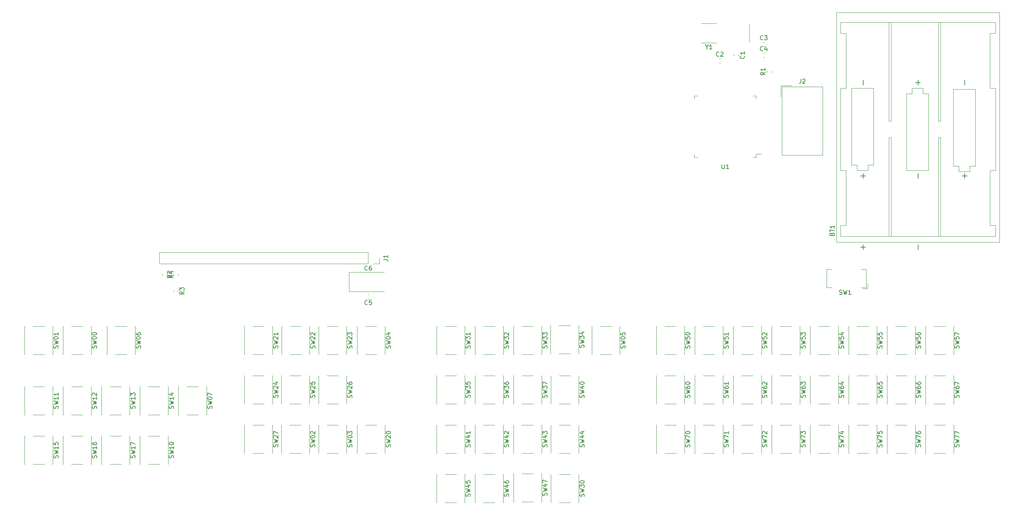
<source format=gbr>
G04 #@! TF.GenerationSoftware,KiCad,Pcbnew,5.1.4-e60b266~84~ubuntu18.04.1*
G04 #@! TF.CreationDate,2019-08-27T08:39:42+03:00*
G04 #@! TF.ProjectId,pcb,7063622e-6b69-4636-9164-5f7063625858,rev?*
G04 #@! TF.SameCoordinates,Original*
G04 #@! TF.FileFunction,Legend,Top*
G04 #@! TF.FilePolarity,Positive*
%FSLAX46Y46*%
G04 Gerber Fmt 4.6, Leading zero omitted, Abs format (unit mm)*
G04 Created by KiCad (PCBNEW 5.1.4-e60b266~84~ubuntu18.04.1) date 2019-08-27 08:39:42*
%MOMM*%
%LPD*%
G04 APERTURE LIST*
%ADD10C,0.120000*%
%ADD11C,0.150000*%
G04 APERTURE END LIST*
D10*
X215530000Y-81730000D02*
X216730000Y-81730000D01*
X216730000Y-81730000D02*
X216730000Y-77530000D01*
X216730000Y-77530000D02*
X215530000Y-77530000D01*
X208730000Y-81730000D02*
X207530000Y-81730000D01*
X207530000Y-81730000D02*
X207530000Y-77530000D01*
X207530000Y-77530000D02*
X208730000Y-77530000D01*
X215830000Y-82030000D02*
X217030000Y-82030000D01*
X217030000Y-82030000D02*
X217030000Y-80830000D01*
X54100000Y-78577221D02*
X54100000Y-78902779D01*
X55120000Y-78577221D02*
X55120000Y-78902779D01*
X56640000Y-82387221D02*
X56640000Y-82712779D01*
X57660000Y-82387221D02*
X57660000Y-82712779D01*
X57660000Y-78902779D02*
X57660000Y-78577221D01*
X56640000Y-78902779D02*
X56640000Y-78577221D01*
X97190000Y-82670000D02*
X105250000Y-82670000D01*
X97190000Y-78150000D02*
X97190000Y-82670000D01*
X105250000Y-78150000D02*
X97190000Y-78150000D01*
X101762779Y-83310000D02*
X101437221Y-83310000D01*
X101762779Y-84330000D02*
X101437221Y-84330000D01*
X192877221Y-28450000D02*
X193202779Y-28450000D01*
X192877221Y-27430000D02*
X193202779Y-27430000D01*
X194820000Y-31912779D02*
X194820000Y-31587221D01*
X193800000Y-31912779D02*
X193800000Y-31587221D01*
X197005000Y-35040000D02*
X199545000Y-35040000D01*
X197005000Y-35040000D02*
X197005000Y-37580000D01*
X197255000Y-35290000D02*
X206605000Y-35290000D01*
X197255000Y-51070000D02*
X197255000Y-35290000D01*
X206605000Y-51070000D02*
X197255000Y-51070000D01*
X206605000Y-35290000D02*
X206605000Y-51070000D01*
X192877221Y-25910000D02*
X193202779Y-25910000D01*
X192877221Y-24890000D02*
X193202779Y-24890000D01*
X230450000Y-113610000D02*
X230450000Y-120070000D01*
X234980000Y-113610000D02*
X232380000Y-113610000D01*
X236910000Y-113610000D02*
X236910000Y-120070000D01*
X234980000Y-120070000D02*
X232380000Y-120070000D01*
X236880000Y-113610000D02*
X236910000Y-113610000D01*
X230450000Y-113610000D02*
X230480000Y-113610000D01*
X230450000Y-120070000D02*
X230480000Y-120070000D01*
X236910000Y-120070000D02*
X236880000Y-120070000D01*
X221560000Y-113610000D02*
X221560000Y-120070000D01*
X226090000Y-113610000D02*
X223490000Y-113610000D01*
X228020000Y-113610000D02*
X228020000Y-120070000D01*
X226090000Y-120070000D02*
X223490000Y-120070000D01*
X227990000Y-113610000D02*
X228020000Y-113610000D01*
X221560000Y-113610000D02*
X221590000Y-113610000D01*
X221560000Y-120070000D02*
X221590000Y-120070000D01*
X228020000Y-120070000D02*
X227990000Y-120070000D01*
X212670000Y-113610000D02*
X212670000Y-120070000D01*
X217200000Y-113610000D02*
X214600000Y-113610000D01*
X219130000Y-113610000D02*
X219130000Y-120070000D01*
X217200000Y-120070000D02*
X214600000Y-120070000D01*
X219100000Y-113610000D02*
X219130000Y-113610000D01*
X212670000Y-113610000D02*
X212700000Y-113610000D01*
X212670000Y-120070000D02*
X212700000Y-120070000D01*
X219130000Y-120070000D02*
X219100000Y-120070000D01*
X203780000Y-113610000D02*
X203780000Y-120070000D01*
X208310000Y-113610000D02*
X205710000Y-113610000D01*
X210240000Y-113610000D02*
X210240000Y-120070000D01*
X208310000Y-120070000D02*
X205710000Y-120070000D01*
X210210000Y-113610000D02*
X210240000Y-113610000D01*
X203780000Y-113610000D02*
X203810000Y-113610000D01*
X203780000Y-120070000D02*
X203810000Y-120070000D01*
X210240000Y-120070000D02*
X210210000Y-120070000D01*
X194890000Y-113610000D02*
X194890000Y-120070000D01*
X199420000Y-113610000D02*
X196820000Y-113610000D01*
X201350000Y-113610000D02*
X201350000Y-120070000D01*
X199420000Y-120070000D02*
X196820000Y-120070000D01*
X201320000Y-113610000D02*
X201350000Y-113610000D01*
X194890000Y-113610000D02*
X194920000Y-113610000D01*
X194890000Y-120070000D02*
X194920000Y-120070000D01*
X201350000Y-120070000D02*
X201320000Y-120070000D01*
X186000000Y-113610000D02*
X186000000Y-120070000D01*
X190530000Y-113610000D02*
X187930000Y-113610000D01*
X192460000Y-113610000D02*
X192460000Y-120070000D01*
X190530000Y-120070000D02*
X187930000Y-120070000D01*
X192430000Y-113610000D02*
X192460000Y-113610000D01*
X186000000Y-113610000D02*
X186030000Y-113610000D01*
X186000000Y-120070000D02*
X186030000Y-120070000D01*
X192460000Y-120070000D02*
X192430000Y-120070000D01*
X177110000Y-113610000D02*
X177110000Y-120070000D01*
X181640000Y-113610000D02*
X179040000Y-113610000D01*
X183570000Y-113610000D02*
X183570000Y-120070000D01*
X181640000Y-120070000D02*
X179040000Y-120070000D01*
X183540000Y-113610000D02*
X183570000Y-113610000D01*
X177110000Y-113610000D02*
X177140000Y-113610000D01*
X177110000Y-120070000D02*
X177140000Y-120070000D01*
X183570000Y-120070000D02*
X183540000Y-120070000D01*
X168220000Y-113610000D02*
X168220000Y-120070000D01*
X172750000Y-113610000D02*
X170150000Y-113610000D01*
X174680000Y-113610000D02*
X174680000Y-120070000D01*
X172750000Y-120070000D02*
X170150000Y-120070000D01*
X174650000Y-113610000D02*
X174680000Y-113610000D01*
X168220000Y-113610000D02*
X168250000Y-113610000D01*
X168220000Y-120070000D02*
X168250000Y-120070000D01*
X174680000Y-120070000D02*
X174650000Y-120070000D01*
X230450000Y-102180000D02*
X230450000Y-108640000D01*
X234980000Y-102180000D02*
X232380000Y-102180000D01*
X236910000Y-102180000D02*
X236910000Y-108640000D01*
X234980000Y-108640000D02*
X232380000Y-108640000D01*
X236880000Y-102180000D02*
X236910000Y-102180000D01*
X230450000Y-102180000D02*
X230480000Y-102180000D01*
X230450000Y-108640000D02*
X230480000Y-108640000D01*
X236910000Y-108640000D02*
X236880000Y-108640000D01*
X221560000Y-102180000D02*
X221560000Y-108640000D01*
X226090000Y-102180000D02*
X223490000Y-102180000D01*
X228020000Y-102180000D02*
X228020000Y-108640000D01*
X226090000Y-108640000D02*
X223490000Y-108640000D01*
X227990000Y-102180000D02*
X228020000Y-102180000D01*
X221560000Y-102180000D02*
X221590000Y-102180000D01*
X221560000Y-108640000D02*
X221590000Y-108640000D01*
X228020000Y-108640000D02*
X227990000Y-108640000D01*
X212670000Y-102180000D02*
X212670000Y-108640000D01*
X217200000Y-102180000D02*
X214600000Y-102180000D01*
X219130000Y-102180000D02*
X219130000Y-108640000D01*
X217200000Y-108640000D02*
X214600000Y-108640000D01*
X219100000Y-102180000D02*
X219130000Y-102180000D01*
X212670000Y-102180000D02*
X212700000Y-102180000D01*
X212670000Y-108640000D02*
X212700000Y-108640000D01*
X219130000Y-108640000D02*
X219100000Y-108640000D01*
X203780000Y-102180000D02*
X203780000Y-108640000D01*
X208310000Y-102180000D02*
X205710000Y-102180000D01*
X210240000Y-102180000D02*
X210240000Y-108640000D01*
X208310000Y-108640000D02*
X205710000Y-108640000D01*
X210210000Y-102180000D02*
X210240000Y-102180000D01*
X203780000Y-102180000D02*
X203810000Y-102180000D01*
X203780000Y-108640000D02*
X203810000Y-108640000D01*
X210240000Y-108640000D02*
X210210000Y-108640000D01*
X194890000Y-102180000D02*
X194890000Y-108640000D01*
X199420000Y-102180000D02*
X196820000Y-102180000D01*
X201350000Y-102180000D02*
X201350000Y-108640000D01*
X199420000Y-108640000D02*
X196820000Y-108640000D01*
X201320000Y-102180000D02*
X201350000Y-102180000D01*
X194890000Y-102180000D02*
X194920000Y-102180000D01*
X194890000Y-108640000D02*
X194920000Y-108640000D01*
X201350000Y-108640000D02*
X201320000Y-108640000D01*
X186000000Y-102180000D02*
X186000000Y-108640000D01*
X190530000Y-102180000D02*
X187930000Y-102180000D01*
X192460000Y-102180000D02*
X192460000Y-108640000D01*
X190530000Y-108640000D02*
X187930000Y-108640000D01*
X192430000Y-102180000D02*
X192460000Y-102180000D01*
X186000000Y-102180000D02*
X186030000Y-102180000D01*
X186000000Y-108640000D02*
X186030000Y-108640000D01*
X192460000Y-108640000D02*
X192430000Y-108640000D01*
X177110000Y-102180000D02*
X177110000Y-108640000D01*
X181640000Y-102180000D02*
X179040000Y-102180000D01*
X183570000Y-102180000D02*
X183570000Y-108640000D01*
X181640000Y-108640000D02*
X179040000Y-108640000D01*
X183540000Y-102180000D02*
X183570000Y-102180000D01*
X177110000Y-102180000D02*
X177140000Y-102180000D01*
X177110000Y-108640000D02*
X177140000Y-108640000D01*
X183570000Y-108640000D02*
X183540000Y-108640000D01*
X168220000Y-102180000D02*
X168220000Y-108640000D01*
X172750000Y-102180000D02*
X170150000Y-102180000D01*
X174680000Y-102180000D02*
X174680000Y-108640000D01*
X172750000Y-108640000D02*
X170150000Y-108640000D01*
X174650000Y-102180000D02*
X174680000Y-102180000D01*
X168220000Y-102180000D02*
X168250000Y-102180000D01*
X168220000Y-108640000D02*
X168250000Y-108640000D01*
X174680000Y-108640000D02*
X174650000Y-108640000D01*
X230450000Y-90750000D02*
X230450000Y-97210000D01*
X234980000Y-90750000D02*
X232380000Y-90750000D01*
X236910000Y-90750000D02*
X236910000Y-97210000D01*
X234980000Y-97210000D02*
X232380000Y-97210000D01*
X236880000Y-90750000D02*
X236910000Y-90750000D01*
X230450000Y-90750000D02*
X230480000Y-90750000D01*
X230450000Y-97210000D02*
X230480000Y-97210000D01*
X236910000Y-97210000D02*
X236880000Y-97210000D01*
X221560000Y-90750000D02*
X221560000Y-97210000D01*
X226090000Y-90750000D02*
X223490000Y-90750000D01*
X228020000Y-90750000D02*
X228020000Y-97210000D01*
X226090000Y-97210000D02*
X223490000Y-97210000D01*
X227990000Y-90750000D02*
X228020000Y-90750000D01*
X221560000Y-90750000D02*
X221590000Y-90750000D01*
X221560000Y-97210000D02*
X221590000Y-97210000D01*
X228020000Y-97210000D02*
X227990000Y-97210000D01*
X212670000Y-90750000D02*
X212670000Y-97210000D01*
X217200000Y-90750000D02*
X214600000Y-90750000D01*
X219130000Y-90750000D02*
X219130000Y-97210000D01*
X217200000Y-97210000D02*
X214600000Y-97210000D01*
X219100000Y-90750000D02*
X219130000Y-90750000D01*
X212670000Y-90750000D02*
X212700000Y-90750000D01*
X212670000Y-97210000D02*
X212700000Y-97210000D01*
X219130000Y-97210000D02*
X219100000Y-97210000D01*
X203780000Y-90750000D02*
X203780000Y-97210000D01*
X208310000Y-90750000D02*
X205710000Y-90750000D01*
X210240000Y-90750000D02*
X210240000Y-97210000D01*
X208310000Y-97210000D02*
X205710000Y-97210000D01*
X210210000Y-90750000D02*
X210240000Y-90750000D01*
X203780000Y-90750000D02*
X203810000Y-90750000D01*
X203780000Y-97210000D02*
X203810000Y-97210000D01*
X210240000Y-97210000D02*
X210210000Y-97210000D01*
X194890000Y-90750000D02*
X194890000Y-97210000D01*
X199420000Y-90750000D02*
X196820000Y-90750000D01*
X201350000Y-90750000D02*
X201350000Y-97210000D01*
X199420000Y-97210000D02*
X196820000Y-97210000D01*
X201320000Y-90750000D02*
X201350000Y-90750000D01*
X194890000Y-90750000D02*
X194920000Y-90750000D01*
X194890000Y-97210000D02*
X194920000Y-97210000D01*
X201350000Y-97210000D02*
X201320000Y-97210000D01*
X186000000Y-90750000D02*
X186000000Y-97210000D01*
X190530000Y-90750000D02*
X187930000Y-90750000D01*
X192460000Y-90750000D02*
X192460000Y-97210000D01*
X190530000Y-97210000D02*
X187930000Y-97210000D01*
X192430000Y-90750000D02*
X192460000Y-90750000D01*
X186000000Y-90750000D02*
X186030000Y-90750000D01*
X186000000Y-97210000D02*
X186030000Y-97210000D01*
X192460000Y-97210000D02*
X192430000Y-97210000D01*
X177110000Y-90750000D02*
X177110000Y-97210000D01*
X181640000Y-90750000D02*
X179040000Y-90750000D01*
X183570000Y-90750000D02*
X183570000Y-97210000D01*
X181640000Y-97210000D02*
X179040000Y-97210000D01*
X183540000Y-90750000D02*
X183570000Y-90750000D01*
X177110000Y-90750000D02*
X177140000Y-90750000D01*
X177110000Y-97210000D02*
X177140000Y-97210000D01*
X183570000Y-97210000D02*
X183540000Y-97210000D01*
X168220000Y-90750000D02*
X168220000Y-97210000D01*
X172750000Y-90750000D02*
X170150000Y-90750000D01*
X174680000Y-90750000D02*
X174680000Y-97210000D01*
X172750000Y-97210000D02*
X170150000Y-97210000D01*
X174650000Y-90750000D02*
X174680000Y-90750000D01*
X168220000Y-90750000D02*
X168250000Y-90750000D01*
X168220000Y-97210000D02*
X168250000Y-97210000D01*
X174680000Y-97210000D02*
X174650000Y-97210000D01*
X135200000Y-124870000D02*
X135200000Y-131330000D01*
X139730000Y-124870000D02*
X137130000Y-124870000D01*
X141660000Y-124870000D02*
X141660000Y-131330000D01*
X139730000Y-131330000D02*
X137130000Y-131330000D01*
X141630000Y-124870000D02*
X141660000Y-124870000D01*
X135200000Y-124870000D02*
X135230000Y-124870000D01*
X135200000Y-131330000D02*
X135230000Y-131330000D01*
X141660000Y-131330000D02*
X141630000Y-131330000D01*
X126310000Y-125040000D02*
X126310000Y-131500000D01*
X130840000Y-125040000D02*
X128240000Y-125040000D01*
X132770000Y-125040000D02*
X132770000Y-131500000D01*
X130840000Y-131500000D02*
X128240000Y-131500000D01*
X132740000Y-125040000D02*
X132770000Y-125040000D01*
X126310000Y-125040000D02*
X126340000Y-125040000D01*
X126310000Y-131500000D02*
X126340000Y-131500000D01*
X132770000Y-131500000D02*
X132740000Y-131500000D01*
X117420000Y-125040000D02*
X117420000Y-131500000D01*
X121950000Y-125040000D02*
X119350000Y-125040000D01*
X123880000Y-125040000D02*
X123880000Y-131500000D01*
X121950000Y-131500000D02*
X119350000Y-131500000D01*
X123850000Y-125040000D02*
X123880000Y-125040000D01*
X117420000Y-125040000D02*
X117450000Y-125040000D01*
X117420000Y-131500000D02*
X117450000Y-131500000D01*
X123880000Y-131500000D02*
X123850000Y-131500000D01*
X143800000Y-113610000D02*
X143800000Y-120070000D01*
X148330000Y-113610000D02*
X145730000Y-113610000D01*
X150260000Y-113610000D02*
X150260000Y-120070000D01*
X148330000Y-120070000D02*
X145730000Y-120070000D01*
X150230000Y-113610000D02*
X150260000Y-113610000D01*
X143800000Y-113610000D02*
X143830000Y-113610000D01*
X143800000Y-120070000D02*
X143830000Y-120070000D01*
X150260000Y-120070000D02*
X150230000Y-120070000D01*
X135200000Y-113610000D02*
X135200000Y-120070000D01*
X139730000Y-113610000D02*
X137130000Y-113610000D01*
X141660000Y-113610000D02*
X141660000Y-120070000D01*
X139730000Y-120070000D02*
X137130000Y-120070000D01*
X141630000Y-113610000D02*
X141660000Y-113610000D01*
X135200000Y-113610000D02*
X135230000Y-113610000D01*
X135200000Y-120070000D02*
X135230000Y-120070000D01*
X141660000Y-120070000D02*
X141630000Y-120070000D01*
X126310000Y-113610000D02*
X126310000Y-120070000D01*
X130840000Y-113610000D02*
X128240000Y-113610000D01*
X132770000Y-113610000D02*
X132770000Y-120070000D01*
X130840000Y-120070000D02*
X128240000Y-120070000D01*
X132740000Y-113610000D02*
X132770000Y-113610000D01*
X126310000Y-113610000D02*
X126340000Y-113610000D01*
X126310000Y-120070000D02*
X126340000Y-120070000D01*
X132770000Y-120070000D02*
X132740000Y-120070000D01*
X117420000Y-113610000D02*
X117420000Y-120070000D01*
X121950000Y-113610000D02*
X119350000Y-113610000D01*
X123880000Y-113610000D02*
X123880000Y-120070000D01*
X121950000Y-120070000D02*
X119350000Y-120070000D01*
X123850000Y-113610000D02*
X123880000Y-113610000D01*
X117420000Y-113610000D02*
X117450000Y-113610000D01*
X117420000Y-120070000D02*
X117450000Y-120070000D01*
X123880000Y-120070000D02*
X123850000Y-120070000D01*
X143800000Y-102180000D02*
X143800000Y-108640000D01*
X148330000Y-102180000D02*
X145730000Y-102180000D01*
X150260000Y-102180000D02*
X150260000Y-108640000D01*
X148330000Y-108640000D02*
X145730000Y-108640000D01*
X150230000Y-102180000D02*
X150260000Y-102180000D01*
X143800000Y-102180000D02*
X143830000Y-102180000D01*
X143800000Y-108640000D02*
X143830000Y-108640000D01*
X150260000Y-108640000D02*
X150230000Y-108640000D01*
X135200000Y-102180000D02*
X135200000Y-108640000D01*
X139730000Y-102180000D02*
X137130000Y-102180000D01*
X141660000Y-102180000D02*
X141660000Y-108640000D01*
X139730000Y-108640000D02*
X137130000Y-108640000D01*
X141630000Y-102180000D02*
X141660000Y-102180000D01*
X135200000Y-102180000D02*
X135230000Y-102180000D01*
X135200000Y-108640000D02*
X135230000Y-108640000D01*
X141660000Y-108640000D02*
X141630000Y-108640000D01*
X126310000Y-102180000D02*
X126310000Y-108640000D01*
X130840000Y-102180000D02*
X128240000Y-102180000D01*
X132770000Y-102180000D02*
X132770000Y-108640000D01*
X130840000Y-108640000D02*
X128240000Y-108640000D01*
X132740000Y-102180000D02*
X132770000Y-102180000D01*
X126310000Y-102180000D02*
X126340000Y-102180000D01*
X126310000Y-108640000D02*
X126340000Y-108640000D01*
X132770000Y-108640000D02*
X132740000Y-108640000D01*
X117420000Y-102180000D02*
X117420000Y-108640000D01*
X121950000Y-102180000D02*
X119350000Y-102180000D01*
X123880000Y-102180000D02*
X123880000Y-108640000D01*
X121950000Y-108640000D02*
X119350000Y-108640000D01*
X123850000Y-102180000D02*
X123880000Y-102180000D01*
X117420000Y-102180000D02*
X117450000Y-102180000D01*
X117420000Y-108640000D02*
X117450000Y-108640000D01*
X123880000Y-108640000D02*
X123850000Y-108640000D01*
X143745000Y-90580000D02*
X143745000Y-97040000D01*
X148275000Y-90580000D02*
X145675000Y-90580000D01*
X150205000Y-90580000D02*
X150205000Y-97040000D01*
X148275000Y-97040000D02*
X145675000Y-97040000D01*
X150175000Y-90580000D02*
X150205000Y-90580000D01*
X143745000Y-90580000D02*
X143775000Y-90580000D01*
X143745000Y-97040000D02*
X143775000Y-97040000D01*
X150205000Y-97040000D02*
X150175000Y-97040000D01*
X135200000Y-90750000D02*
X135200000Y-97210000D01*
X139730000Y-90750000D02*
X137130000Y-90750000D01*
X141660000Y-90750000D02*
X141660000Y-97210000D01*
X139730000Y-97210000D02*
X137130000Y-97210000D01*
X141630000Y-90750000D02*
X141660000Y-90750000D01*
X135200000Y-90750000D02*
X135230000Y-90750000D01*
X135200000Y-97210000D02*
X135230000Y-97210000D01*
X141660000Y-97210000D02*
X141630000Y-97210000D01*
X126310000Y-90750000D02*
X126310000Y-97210000D01*
X130840000Y-90750000D02*
X128240000Y-90750000D01*
X132770000Y-90750000D02*
X132770000Y-97210000D01*
X130840000Y-97210000D02*
X128240000Y-97210000D01*
X132740000Y-90750000D02*
X132770000Y-90750000D01*
X126310000Y-90750000D02*
X126340000Y-90750000D01*
X126310000Y-97210000D02*
X126340000Y-97210000D01*
X132770000Y-97210000D02*
X132740000Y-97210000D01*
X117420000Y-90750000D02*
X117420000Y-97210000D01*
X121950000Y-90750000D02*
X119350000Y-90750000D01*
X123880000Y-90750000D02*
X123880000Y-97210000D01*
X121950000Y-97210000D02*
X119350000Y-97210000D01*
X123850000Y-90750000D02*
X123880000Y-90750000D01*
X117420000Y-90750000D02*
X117450000Y-90750000D01*
X117420000Y-97210000D02*
X117450000Y-97210000D01*
X123880000Y-97210000D02*
X123850000Y-97210000D01*
X143800000Y-125040000D02*
X143800000Y-131500000D01*
X148330000Y-125040000D02*
X145730000Y-125040000D01*
X150260000Y-125040000D02*
X150260000Y-131500000D01*
X148330000Y-131500000D02*
X145730000Y-131500000D01*
X150230000Y-125040000D02*
X150260000Y-125040000D01*
X143800000Y-125040000D02*
X143830000Y-125040000D01*
X143800000Y-131500000D02*
X143830000Y-131500000D01*
X150260000Y-131500000D02*
X150230000Y-131500000D01*
X72970000Y-113610000D02*
X72970000Y-120070000D01*
X77500000Y-113610000D02*
X74900000Y-113610000D01*
X79430000Y-113610000D02*
X79430000Y-120070000D01*
X77500000Y-120070000D02*
X74900000Y-120070000D01*
X79400000Y-113610000D02*
X79430000Y-113610000D01*
X72970000Y-113610000D02*
X73000000Y-113610000D01*
X72970000Y-120070000D02*
X73000000Y-120070000D01*
X79430000Y-120070000D02*
X79400000Y-120070000D01*
X90115000Y-102180000D02*
X90115000Y-108640000D01*
X94645000Y-102180000D02*
X92045000Y-102180000D01*
X96575000Y-102180000D02*
X96575000Y-108640000D01*
X94645000Y-108640000D02*
X92045000Y-108640000D01*
X96545000Y-102180000D02*
X96575000Y-102180000D01*
X90115000Y-102180000D02*
X90145000Y-102180000D01*
X90115000Y-108640000D02*
X90145000Y-108640000D01*
X96575000Y-108640000D02*
X96545000Y-108640000D01*
X81515000Y-102180000D02*
X81515000Y-108640000D01*
X86045000Y-102180000D02*
X83445000Y-102180000D01*
X87975000Y-102180000D02*
X87975000Y-108640000D01*
X86045000Y-108640000D02*
X83445000Y-108640000D01*
X87945000Y-102180000D02*
X87975000Y-102180000D01*
X81515000Y-102180000D02*
X81545000Y-102180000D01*
X81515000Y-108640000D02*
X81545000Y-108640000D01*
X87975000Y-108640000D02*
X87945000Y-108640000D01*
X72970000Y-102180000D02*
X72970000Y-108640000D01*
X77500000Y-102180000D02*
X74900000Y-102180000D01*
X79430000Y-102180000D02*
X79430000Y-108640000D01*
X77500000Y-108640000D02*
X74900000Y-108640000D01*
X79400000Y-102180000D02*
X79430000Y-102180000D01*
X72970000Y-102180000D02*
X73000000Y-102180000D01*
X72970000Y-108640000D02*
X73000000Y-108640000D01*
X79430000Y-108640000D02*
X79400000Y-108640000D01*
X90115000Y-90750000D02*
X90115000Y-97210000D01*
X94645000Y-90750000D02*
X92045000Y-90750000D01*
X96575000Y-90750000D02*
X96575000Y-97210000D01*
X94645000Y-97210000D02*
X92045000Y-97210000D01*
X96545000Y-90750000D02*
X96575000Y-90750000D01*
X90115000Y-90750000D02*
X90145000Y-90750000D01*
X90115000Y-97210000D02*
X90145000Y-97210000D01*
X96575000Y-97210000D02*
X96545000Y-97210000D01*
X81570000Y-90750000D02*
X81570000Y-97210000D01*
X86100000Y-90750000D02*
X83500000Y-90750000D01*
X88030000Y-90750000D02*
X88030000Y-97210000D01*
X86100000Y-97210000D02*
X83500000Y-97210000D01*
X88000000Y-90750000D02*
X88030000Y-90750000D01*
X81570000Y-90750000D02*
X81600000Y-90750000D01*
X81570000Y-97210000D02*
X81600000Y-97210000D01*
X88030000Y-97210000D02*
X88000000Y-97210000D01*
X72970000Y-90750000D02*
X72970000Y-97210000D01*
X77500000Y-90750000D02*
X74900000Y-90750000D01*
X79430000Y-90750000D02*
X79430000Y-97210000D01*
X77500000Y-97210000D02*
X74900000Y-97210000D01*
X79400000Y-90750000D02*
X79430000Y-90750000D01*
X72970000Y-90750000D02*
X73000000Y-90750000D01*
X72970000Y-97210000D02*
X73000000Y-97210000D01*
X79430000Y-97210000D02*
X79400000Y-97210000D01*
X99005000Y-113610000D02*
X99005000Y-120070000D01*
X103535000Y-113610000D02*
X100935000Y-113610000D01*
X105465000Y-113610000D02*
X105465000Y-120070000D01*
X103535000Y-120070000D02*
X100935000Y-120070000D01*
X105435000Y-113610000D02*
X105465000Y-113610000D01*
X99005000Y-113610000D02*
X99035000Y-113610000D01*
X99005000Y-120070000D02*
X99035000Y-120070000D01*
X105465000Y-120070000D02*
X105435000Y-120070000D01*
X39950000Y-116150000D02*
X39950000Y-122610000D01*
X44480000Y-116150000D02*
X41880000Y-116150000D01*
X46410000Y-116150000D02*
X46410000Y-122610000D01*
X44480000Y-122610000D02*
X41880000Y-122610000D01*
X46380000Y-116150000D02*
X46410000Y-116150000D01*
X39950000Y-116150000D02*
X39980000Y-116150000D01*
X39950000Y-122610000D02*
X39980000Y-122610000D01*
X46410000Y-122610000D02*
X46380000Y-122610000D01*
X31060000Y-116150000D02*
X31060000Y-122610000D01*
X35590000Y-116150000D02*
X32990000Y-116150000D01*
X37520000Y-116150000D02*
X37520000Y-122610000D01*
X35590000Y-122610000D02*
X32990000Y-122610000D01*
X37490000Y-116150000D02*
X37520000Y-116150000D01*
X31060000Y-116150000D02*
X31090000Y-116150000D01*
X31060000Y-122610000D02*
X31090000Y-122610000D01*
X37520000Y-122610000D02*
X37490000Y-122610000D01*
X22170000Y-116150000D02*
X22170000Y-122610000D01*
X26700000Y-116150000D02*
X24100000Y-116150000D01*
X28630000Y-116150000D02*
X28630000Y-122610000D01*
X26700000Y-122610000D02*
X24100000Y-122610000D01*
X28600000Y-116150000D02*
X28630000Y-116150000D01*
X22170000Y-116150000D02*
X22200000Y-116150000D01*
X22170000Y-122610000D02*
X22200000Y-122610000D01*
X28630000Y-122610000D02*
X28600000Y-122610000D01*
X48840000Y-104720000D02*
X48840000Y-111180000D01*
X53370000Y-104720000D02*
X50770000Y-104720000D01*
X55300000Y-104720000D02*
X55300000Y-111180000D01*
X53370000Y-111180000D02*
X50770000Y-111180000D01*
X55270000Y-104720000D02*
X55300000Y-104720000D01*
X48840000Y-104720000D02*
X48870000Y-104720000D01*
X48840000Y-111180000D02*
X48870000Y-111180000D01*
X55300000Y-111180000D02*
X55270000Y-111180000D01*
X39950000Y-104720000D02*
X39950000Y-111180000D01*
X44480000Y-104720000D02*
X41880000Y-104720000D01*
X46410000Y-104720000D02*
X46410000Y-111180000D01*
X44480000Y-111180000D02*
X41880000Y-111180000D01*
X46380000Y-104720000D02*
X46410000Y-104720000D01*
X39950000Y-104720000D02*
X39980000Y-104720000D01*
X39950000Y-111180000D02*
X39980000Y-111180000D01*
X46410000Y-111180000D02*
X46380000Y-111180000D01*
X31060000Y-104720000D02*
X31060000Y-111180000D01*
X35590000Y-104720000D02*
X32990000Y-104720000D01*
X37520000Y-104720000D02*
X37520000Y-111180000D01*
X35590000Y-111180000D02*
X32990000Y-111180000D01*
X37490000Y-104720000D02*
X37520000Y-104720000D01*
X31060000Y-104720000D02*
X31090000Y-104720000D01*
X31060000Y-111180000D02*
X31090000Y-111180000D01*
X37520000Y-111180000D02*
X37490000Y-111180000D01*
X22170000Y-104720000D02*
X22170000Y-111180000D01*
X26700000Y-104720000D02*
X24100000Y-104720000D01*
X28630000Y-104720000D02*
X28630000Y-111180000D01*
X26700000Y-111180000D02*
X24100000Y-111180000D01*
X28600000Y-104720000D02*
X28630000Y-104720000D01*
X22170000Y-104720000D02*
X22200000Y-104720000D01*
X22170000Y-111180000D02*
X22200000Y-111180000D01*
X28630000Y-111180000D02*
X28600000Y-111180000D01*
X48840000Y-116150000D02*
X48840000Y-122610000D01*
X53370000Y-116150000D02*
X50770000Y-116150000D01*
X55300000Y-116150000D02*
X55300000Y-122610000D01*
X53370000Y-122610000D02*
X50770000Y-122610000D01*
X55270000Y-116150000D02*
X55300000Y-116150000D01*
X48840000Y-116150000D02*
X48870000Y-116150000D01*
X48840000Y-122610000D02*
X48870000Y-122610000D01*
X55300000Y-122610000D02*
X55270000Y-122610000D01*
X57730000Y-104720000D02*
X57730000Y-111180000D01*
X62260000Y-104720000D02*
X59660000Y-104720000D01*
X64190000Y-104720000D02*
X64190000Y-111180000D01*
X62260000Y-111180000D02*
X59660000Y-111180000D01*
X64160000Y-104720000D02*
X64190000Y-104720000D01*
X57730000Y-104720000D02*
X57760000Y-104720000D01*
X57730000Y-111180000D02*
X57760000Y-111180000D01*
X64190000Y-111180000D02*
X64160000Y-111180000D01*
X41220000Y-90750000D02*
X41220000Y-97210000D01*
X45750000Y-90750000D02*
X43150000Y-90750000D01*
X47680000Y-90750000D02*
X47680000Y-97210000D01*
X45750000Y-97210000D02*
X43150000Y-97210000D01*
X47650000Y-90750000D02*
X47680000Y-90750000D01*
X41220000Y-90750000D02*
X41250000Y-90750000D01*
X41220000Y-97210000D02*
X41250000Y-97210000D01*
X47680000Y-97210000D02*
X47650000Y-97210000D01*
X153270000Y-90750000D02*
X153270000Y-97210000D01*
X157800000Y-90750000D02*
X155200000Y-90750000D01*
X159730000Y-90750000D02*
X159730000Y-97210000D01*
X157800000Y-97210000D02*
X155200000Y-97210000D01*
X159700000Y-90750000D02*
X159730000Y-90750000D01*
X153270000Y-90750000D02*
X153300000Y-90750000D01*
X153270000Y-97210000D02*
X153300000Y-97210000D01*
X159730000Y-97210000D02*
X159700000Y-97210000D01*
X99005000Y-90750000D02*
X99005000Y-97210000D01*
X103535000Y-90750000D02*
X100935000Y-90750000D01*
X105465000Y-90750000D02*
X105465000Y-97210000D01*
X103535000Y-97210000D02*
X100935000Y-97210000D01*
X105435000Y-90750000D02*
X105465000Y-90750000D01*
X99005000Y-90750000D02*
X99035000Y-90750000D01*
X99005000Y-97210000D02*
X99035000Y-97210000D01*
X105465000Y-97210000D02*
X105435000Y-97210000D01*
X90115000Y-113610000D02*
X90115000Y-120070000D01*
X94645000Y-113610000D02*
X92045000Y-113610000D01*
X96575000Y-113610000D02*
X96575000Y-120070000D01*
X94645000Y-120070000D02*
X92045000Y-120070000D01*
X96545000Y-113610000D02*
X96575000Y-113610000D01*
X90115000Y-113610000D02*
X90145000Y-113610000D01*
X90115000Y-120070000D02*
X90145000Y-120070000D01*
X96575000Y-120070000D02*
X96545000Y-120070000D01*
X81515000Y-113610000D02*
X81515000Y-120070000D01*
X86045000Y-113610000D02*
X83445000Y-113610000D01*
X87975000Y-113610000D02*
X87975000Y-120070000D01*
X86045000Y-120070000D02*
X83445000Y-120070000D01*
X87945000Y-113610000D02*
X87975000Y-113610000D01*
X81515000Y-113610000D02*
X81545000Y-113610000D01*
X81515000Y-120070000D02*
X81545000Y-120070000D01*
X87975000Y-120070000D02*
X87945000Y-120070000D01*
X22170000Y-90750000D02*
X22170000Y-97210000D01*
X26700000Y-90750000D02*
X24100000Y-90750000D01*
X28630000Y-90750000D02*
X28630000Y-97210000D01*
X26700000Y-97210000D02*
X24100000Y-97210000D01*
X28600000Y-90750000D02*
X28630000Y-90750000D01*
X22170000Y-90750000D02*
X22200000Y-90750000D01*
X22170000Y-97210000D02*
X22200000Y-97210000D01*
X28630000Y-97210000D02*
X28600000Y-97210000D01*
X31060000Y-90750000D02*
X31060000Y-97210000D01*
X35590000Y-90750000D02*
X32990000Y-90750000D01*
X37520000Y-90750000D02*
X37520000Y-97210000D01*
X35590000Y-97210000D02*
X32990000Y-97210000D01*
X37490000Y-90750000D02*
X37520000Y-90750000D01*
X31060000Y-90750000D02*
X31090000Y-90750000D01*
X31060000Y-97210000D02*
X31090000Y-97210000D01*
X37520000Y-97210000D02*
X37490000Y-97210000D01*
X104200000Y-74930000D02*
X104200000Y-76260000D01*
X104200000Y-76260000D02*
X102870000Y-76260000D01*
X101600000Y-76260000D02*
X53280000Y-76260000D01*
X53280000Y-73600000D02*
X53280000Y-76260000D01*
X101600000Y-73600000D02*
X53280000Y-73600000D01*
X101600000Y-73600000D02*
X101600000Y-76260000D01*
X189665000Y-24910000D02*
X189665000Y-20810000D01*
X182090000Y-20630000D02*
X178590000Y-20630000D01*
X182090000Y-25090000D02*
X178590000Y-25090000D01*
X191260000Y-50860000D02*
X192550000Y-50860000D01*
X177040000Y-37340000D02*
X177040000Y-38040000D01*
X177740000Y-37340000D02*
X177040000Y-37340000D01*
X191260000Y-37340000D02*
X191260000Y-38040000D01*
X190560000Y-37340000D02*
X191260000Y-37340000D01*
X177040000Y-51560000D02*
X177040000Y-50860000D01*
X177740000Y-51560000D02*
X177040000Y-51560000D01*
X191260000Y-51560000D02*
X191260000Y-50860000D01*
X190560000Y-51560000D02*
X191260000Y-51560000D01*
X182717221Y-29720000D02*
X183042779Y-29720000D01*
X182717221Y-28700000D02*
X183042779Y-28700000D01*
X186180000Y-27777221D02*
X186180000Y-28102779D01*
X187200000Y-27777221D02*
X187200000Y-28102779D01*
X246580000Y-22860000D02*
X245310000Y-22860000D01*
X246580000Y-20320000D02*
X246580000Y-22860000D01*
X210820000Y-20320000D02*
X233680000Y-20320000D01*
X210820000Y-22860000D02*
X212090000Y-22860000D01*
X210820000Y-20320000D02*
X210820000Y-22860000D01*
X245310000Y-67310000D02*
X245310000Y-54610000D01*
X246570500Y-67310000D02*
X245310000Y-67310000D01*
X246570500Y-69850000D02*
X246570500Y-67310000D01*
X210820000Y-69850000D02*
X233680000Y-69850000D01*
X210820000Y-67310000D02*
X210820000Y-69850000D01*
X212090000Y-67310000D02*
X210820000Y-67310000D01*
X212090000Y-67310000D02*
X212090000Y-54610000D01*
X245310000Y-22860000D02*
X245310000Y-35560000D01*
X210820000Y-54610000D02*
X212090000Y-54610000D01*
X210820000Y-35560000D02*
X210820000Y-54610000D01*
X212090000Y-35560000D02*
X210820000Y-35560000D01*
X212090000Y-22860000D02*
X212090000Y-35560000D01*
X246580000Y-35560000D02*
X245310000Y-35560000D01*
X246580000Y-54610000D02*
X246580000Y-35560000D01*
X245310000Y-54610000D02*
X246580000Y-54610000D01*
X222504000Y-43180000D02*
X222504000Y-20320000D01*
X221996000Y-43180000D02*
X222504000Y-43180000D01*
X221996000Y-20320000D02*
X221996000Y-43180000D01*
X222504000Y-46990000D02*
X222504000Y-69850000D01*
X221996000Y-46990000D02*
X222504000Y-46990000D01*
X221996000Y-69850000D02*
X221996000Y-46990000D01*
X213360000Y-35560000D02*
X214630000Y-35560000D01*
X213360000Y-53340000D02*
X213360000Y-35560000D01*
X214630000Y-53340000D02*
X213360000Y-53340000D01*
X214630000Y-54610000D02*
X214630000Y-53340000D01*
X217170000Y-54610000D02*
X214630000Y-54610000D01*
X217170000Y-53340000D02*
X217170000Y-54610000D01*
X218440000Y-53340000D02*
X217170000Y-53340000D01*
X218440000Y-35560000D02*
X218440000Y-53340000D01*
X214630000Y-35560000D02*
X218440000Y-35560000D01*
X231140000Y-36830000D02*
X231140000Y-54610000D01*
X229870000Y-36830000D02*
X231140000Y-36830000D01*
X229870000Y-35560000D02*
X229870000Y-36830000D01*
X227330000Y-35560000D02*
X229870000Y-35560000D01*
X227330000Y-36830000D02*
X227330000Y-35560000D01*
X226060000Y-36830000D02*
X227330000Y-36830000D01*
X226060000Y-54610000D02*
X226060000Y-36830000D01*
X231140000Y-54610000D02*
X226060000Y-54610000D01*
X233680000Y-20320000D02*
X246580000Y-20320000D01*
X233680000Y-69850000D02*
X246570500Y-69850000D01*
X214630000Y-35560000D02*
X218440000Y-35560000D01*
X218440000Y-35560000D02*
X218440000Y-53340000D01*
X218440000Y-53340000D02*
X217170000Y-53340000D01*
X217170000Y-53340000D02*
X217170000Y-54610000D01*
X217170000Y-54610000D02*
X214630000Y-54610000D01*
X214630000Y-54610000D02*
X214630000Y-53340000D01*
X214630000Y-53340000D02*
X213360000Y-53340000D01*
X213360000Y-53340000D02*
X213360000Y-35560000D01*
X213360000Y-35560000D02*
X214630000Y-35560000D01*
X236855000Y-35814000D02*
X238125000Y-35814000D01*
X236855000Y-53594000D02*
X236855000Y-35814000D01*
X238125000Y-53594000D02*
X236855000Y-53594000D01*
X238125000Y-54864000D02*
X238125000Y-53594000D01*
X240665000Y-54864000D02*
X238125000Y-54864000D01*
X240665000Y-53594000D02*
X240665000Y-54864000D01*
X241935000Y-53594000D02*
X240665000Y-53594000D01*
X241935000Y-35814000D02*
X241935000Y-53594000D01*
X238125000Y-35814000D02*
X241935000Y-35814000D01*
X238125000Y-35814000D02*
X241935000Y-35814000D01*
X241935000Y-35814000D02*
X241935000Y-53594000D01*
X241935000Y-53594000D02*
X240665000Y-53594000D01*
X240665000Y-53594000D02*
X240665000Y-54864000D01*
X240665000Y-54864000D02*
X238125000Y-54864000D01*
X238125000Y-54864000D02*
X238125000Y-53594000D01*
X238125000Y-53594000D02*
X236855000Y-53594000D01*
X236855000Y-53594000D02*
X236855000Y-35814000D01*
X236855000Y-35814000D02*
X238125000Y-35814000D01*
X233426000Y-69850000D02*
X233426000Y-46990000D01*
X233426000Y-46990000D02*
X233934000Y-46990000D01*
X233934000Y-46990000D02*
X233934000Y-69850000D01*
X233426000Y-20320000D02*
X233426000Y-43180000D01*
X233426000Y-43180000D02*
X233934000Y-43180000D01*
X233934000Y-43180000D02*
X233934000Y-20320000D01*
X209850000Y-18080000D02*
X209850000Y-71280000D01*
X209850000Y-71280000D02*
X247550000Y-71280000D01*
X247550000Y-71280000D02*
X247550000Y-18080000D01*
X247550000Y-18080000D02*
X209850000Y-18080000D01*
D11*
X210546666Y-83284761D02*
X210689523Y-83332380D01*
X210927619Y-83332380D01*
X211022857Y-83284761D01*
X211070476Y-83237142D01*
X211118095Y-83141904D01*
X211118095Y-83046666D01*
X211070476Y-82951428D01*
X211022857Y-82903809D01*
X210927619Y-82856190D01*
X210737142Y-82808571D01*
X210641904Y-82760952D01*
X210594285Y-82713333D01*
X210546666Y-82618095D01*
X210546666Y-82522857D01*
X210594285Y-82427619D01*
X210641904Y-82380000D01*
X210737142Y-82332380D01*
X210975238Y-82332380D01*
X211118095Y-82380000D01*
X211451428Y-82332380D02*
X211689523Y-83332380D01*
X211880000Y-82618095D01*
X212070476Y-83332380D01*
X212308571Y-82332380D01*
X213213333Y-83332380D02*
X212641904Y-83332380D01*
X212927619Y-83332380D02*
X212927619Y-82332380D01*
X212832380Y-82475238D01*
X212737142Y-82570476D01*
X212641904Y-82618095D01*
X56492380Y-78906666D02*
X56016190Y-79240000D01*
X56492380Y-79478095D02*
X55492380Y-79478095D01*
X55492380Y-79097142D01*
X55540000Y-79001904D01*
X55587619Y-78954285D01*
X55682857Y-78906666D01*
X55825714Y-78906666D01*
X55920952Y-78954285D01*
X55968571Y-79001904D01*
X56016190Y-79097142D01*
X56016190Y-79478095D01*
X55825714Y-78049523D02*
X56492380Y-78049523D01*
X55444761Y-78287619D02*
X56159047Y-78525714D01*
X56159047Y-77906666D01*
X59032380Y-82716666D02*
X58556190Y-83050000D01*
X59032380Y-83288095D02*
X58032380Y-83288095D01*
X58032380Y-82907142D01*
X58080000Y-82811904D01*
X58127619Y-82764285D01*
X58222857Y-82716666D01*
X58365714Y-82716666D01*
X58460952Y-82764285D01*
X58508571Y-82811904D01*
X58556190Y-82907142D01*
X58556190Y-83288095D01*
X58032380Y-82383333D02*
X58032380Y-81764285D01*
X58413333Y-82097619D01*
X58413333Y-81954761D01*
X58460952Y-81859523D01*
X58508571Y-81811904D01*
X58603809Y-81764285D01*
X58841904Y-81764285D01*
X58937142Y-81811904D01*
X58984761Y-81859523D01*
X59032380Y-81954761D01*
X59032380Y-82240476D01*
X58984761Y-82335714D01*
X58937142Y-82383333D01*
X56172380Y-78906666D02*
X55696190Y-79240000D01*
X56172380Y-79478095D02*
X55172380Y-79478095D01*
X55172380Y-79097142D01*
X55220000Y-79001904D01*
X55267619Y-78954285D01*
X55362857Y-78906666D01*
X55505714Y-78906666D01*
X55600952Y-78954285D01*
X55648571Y-79001904D01*
X55696190Y-79097142D01*
X55696190Y-79478095D01*
X55267619Y-78525714D02*
X55220000Y-78478095D01*
X55172380Y-78382857D01*
X55172380Y-78144761D01*
X55220000Y-78049523D01*
X55267619Y-78001904D01*
X55362857Y-77954285D01*
X55458095Y-77954285D01*
X55600952Y-78001904D01*
X56172380Y-78573333D01*
X56172380Y-77954285D01*
X101433333Y-77667142D02*
X101385714Y-77714761D01*
X101242857Y-77762380D01*
X101147619Y-77762380D01*
X101004761Y-77714761D01*
X100909523Y-77619523D01*
X100861904Y-77524285D01*
X100814285Y-77333809D01*
X100814285Y-77190952D01*
X100861904Y-77000476D01*
X100909523Y-76905238D01*
X101004761Y-76810000D01*
X101147619Y-76762380D01*
X101242857Y-76762380D01*
X101385714Y-76810000D01*
X101433333Y-76857619D01*
X102290476Y-76762380D02*
X102100000Y-76762380D01*
X102004761Y-76810000D01*
X101957142Y-76857619D01*
X101861904Y-77000476D01*
X101814285Y-77190952D01*
X101814285Y-77571904D01*
X101861904Y-77667142D01*
X101909523Y-77714761D01*
X102004761Y-77762380D01*
X102195238Y-77762380D01*
X102290476Y-77714761D01*
X102338095Y-77667142D01*
X102385714Y-77571904D01*
X102385714Y-77333809D01*
X102338095Y-77238571D01*
X102290476Y-77190952D01*
X102195238Y-77143333D01*
X102004761Y-77143333D01*
X101909523Y-77190952D01*
X101861904Y-77238571D01*
X101814285Y-77333809D01*
X101433333Y-85607142D02*
X101385714Y-85654761D01*
X101242857Y-85702380D01*
X101147619Y-85702380D01*
X101004761Y-85654761D01*
X100909523Y-85559523D01*
X100861904Y-85464285D01*
X100814285Y-85273809D01*
X100814285Y-85130952D01*
X100861904Y-84940476D01*
X100909523Y-84845238D01*
X101004761Y-84750000D01*
X101147619Y-84702380D01*
X101242857Y-84702380D01*
X101385714Y-84750000D01*
X101433333Y-84797619D01*
X102338095Y-84702380D02*
X101861904Y-84702380D01*
X101814285Y-85178571D01*
X101861904Y-85130952D01*
X101957142Y-85083333D01*
X102195238Y-85083333D01*
X102290476Y-85130952D01*
X102338095Y-85178571D01*
X102385714Y-85273809D01*
X102385714Y-85511904D01*
X102338095Y-85607142D01*
X102290476Y-85654761D01*
X102195238Y-85702380D01*
X101957142Y-85702380D01*
X101861904Y-85654761D01*
X101814285Y-85607142D01*
X192873333Y-26867142D02*
X192825714Y-26914761D01*
X192682857Y-26962380D01*
X192587619Y-26962380D01*
X192444761Y-26914761D01*
X192349523Y-26819523D01*
X192301904Y-26724285D01*
X192254285Y-26533809D01*
X192254285Y-26390952D01*
X192301904Y-26200476D01*
X192349523Y-26105238D01*
X192444761Y-26010000D01*
X192587619Y-25962380D01*
X192682857Y-25962380D01*
X192825714Y-26010000D01*
X192873333Y-26057619D01*
X193730476Y-26295714D02*
X193730476Y-26962380D01*
X193492380Y-25914761D02*
X193254285Y-26629047D01*
X193873333Y-26629047D01*
X193332380Y-31916666D02*
X192856190Y-32250000D01*
X193332380Y-32488095D02*
X192332380Y-32488095D01*
X192332380Y-32107142D01*
X192380000Y-32011904D01*
X192427619Y-31964285D01*
X192522857Y-31916666D01*
X192665714Y-31916666D01*
X192760952Y-31964285D01*
X192808571Y-32011904D01*
X192856190Y-32107142D01*
X192856190Y-32488095D01*
X193332380Y-30964285D02*
X193332380Y-31535714D01*
X193332380Y-31250000D02*
X192332380Y-31250000D01*
X192475238Y-31345238D01*
X192570476Y-31440476D01*
X192618095Y-31535714D01*
X201596666Y-33488380D02*
X201596666Y-34202666D01*
X201549047Y-34345523D01*
X201453809Y-34440761D01*
X201310952Y-34488380D01*
X201215714Y-34488380D01*
X202025238Y-33583619D02*
X202072857Y-33536000D01*
X202168095Y-33488380D01*
X202406190Y-33488380D01*
X202501428Y-33536000D01*
X202549047Y-33583619D01*
X202596666Y-33678857D01*
X202596666Y-33774095D01*
X202549047Y-33916952D01*
X201977619Y-34488380D01*
X202596666Y-34488380D01*
X192873333Y-24327142D02*
X192825714Y-24374761D01*
X192682857Y-24422380D01*
X192587619Y-24422380D01*
X192444761Y-24374761D01*
X192349523Y-24279523D01*
X192301904Y-24184285D01*
X192254285Y-23993809D01*
X192254285Y-23850952D01*
X192301904Y-23660476D01*
X192349523Y-23565238D01*
X192444761Y-23470000D01*
X192587619Y-23422380D01*
X192682857Y-23422380D01*
X192825714Y-23470000D01*
X192873333Y-23517619D01*
X193206666Y-23422380D02*
X193825714Y-23422380D01*
X193492380Y-23803333D01*
X193635238Y-23803333D01*
X193730476Y-23850952D01*
X193778095Y-23898571D01*
X193825714Y-23993809D01*
X193825714Y-24231904D01*
X193778095Y-24327142D01*
X193730476Y-24374761D01*
X193635238Y-24422380D01*
X193349523Y-24422380D01*
X193254285Y-24374761D01*
X193206666Y-24327142D01*
X238134761Y-118649523D02*
X238182380Y-118506666D01*
X238182380Y-118268571D01*
X238134761Y-118173333D01*
X238087142Y-118125714D01*
X237991904Y-118078095D01*
X237896666Y-118078095D01*
X237801428Y-118125714D01*
X237753809Y-118173333D01*
X237706190Y-118268571D01*
X237658571Y-118459047D01*
X237610952Y-118554285D01*
X237563333Y-118601904D01*
X237468095Y-118649523D01*
X237372857Y-118649523D01*
X237277619Y-118601904D01*
X237230000Y-118554285D01*
X237182380Y-118459047D01*
X237182380Y-118220952D01*
X237230000Y-118078095D01*
X237182380Y-117744761D02*
X238182380Y-117506666D01*
X237468095Y-117316190D01*
X238182380Y-117125714D01*
X237182380Y-116887619D01*
X237182380Y-116601904D02*
X237182380Y-115935238D01*
X238182380Y-116363809D01*
X237182380Y-115649523D02*
X237182380Y-114982857D01*
X238182380Y-115411428D01*
X229244761Y-118649523D02*
X229292380Y-118506666D01*
X229292380Y-118268571D01*
X229244761Y-118173333D01*
X229197142Y-118125714D01*
X229101904Y-118078095D01*
X229006666Y-118078095D01*
X228911428Y-118125714D01*
X228863809Y-118173333D01*
X228816190Y-118268571D01*
X228768571Y-118459047D01*
X228720952Y-118554285D01*
X228673333Y-118601904D01*
X228578095Y-118649523D01*
X228482857Y-118649523D01*
X228387619Y-118601904D01*
X228340000Y-118554285D01*
X228292380Y-118459047D01*
X228292380Y-118220952D01*
X228340000Y-118078095D01*
X228292380Y-117744761D02*
X229292380Y-117506666D01*
X228578095Y-117316190D01*
X229292380Y-117125714D01*
X228292380Y-116887619D01*
X228292380Y-116601904D02*
X228292380Y-115935238D01*
X229292380Y-116363809D01*
X228292380Y-115125714D02*
X228292380Y-115316190D01*
X228340000Y-115411428D01*
X228387619Y-115459047D01*
X228530476Y-115554285D01*
X228720952Y-115601904D01*
X229101904Y-115601904D01*
X229197142Y-115554285D01*
X229244761Y-115506666D01*
X229292380Y-115411428D01*
X229292380Y-115220952D01*
X229244761Y-115125714D01*
X229197142Y-115078095D01*
X229101904Y-115030476D01*
X228863809Y-115030476D01*
X228768571Y-115078095D01*
X228720952Y-115125714D01*
X228673333Y-115220952D01*
X228673333Y-115411428D01*
X228720952Y-115506666D01*
X228768571Y-115554285D01*
X228863809Y-115601904D01*
X220354761Y-118649523D02*
X220402380Y-118506666D01*
X220402380Y-118268571D01*
X220354761Y-118173333D01*
X220307142Y-118125714D01*
X220211904Y-118078095D01*
X220116666Y-118078095D01*
X220021428Y-118125714D01*
X219973809Y-118173333D01*
X219926190Y-118268571D01*
X219878571Y-118459047D01*
X219830952Y-118554285D01*
X219783333Y-118601904D01*
X219688095Y-118649523D01*
X219592857Y-118649523D01*
X219497619Y-118601904D01*
X219450000Y-118554285D01*
X219402380Y-118459047D01*
X219402380Y-118220952D01*
X219450000Y-118078095D01*
X219402380Y-117744761D02*
X220402380Y-117506666D01*
X219688095Y-117316190D01*
X220402380Y-117125714D01*
X219402380Y-116887619D01*
X219402380Y-116601904D02*
X219402380Y-115935238D01*
X220402380Y-116363809D01*
X219402380Y-115078095D02*
X219402380Y-115554285D01*
X219878571Y-115601904D01*
X219830952Y-115554285D01*
X219783333Y-115459047D01*
X219783333Y-115220952D01*
X219830952Y-115125714D01*
X219878571Y-115078095D01*
X219973809Y-115030476D01*
X220211904Y-115030476D01*
X220307142Y-115078095D01*
X220354761Y-115125714D01*
X220402380Y-115220952D01*
X220402380Y-115459047D01*
X220354761Y-115554285D01*
X220307142Y-115601904D01*
X211464761Y-118649523D02*
X211512380Y-118506666D01*
X211512380Y-118268571D01*
X211464761Y-118173333D01*
X211417142Y-118125714D01*
X211321904Y-118078095D01*
X211226666Y-118078095D01*
X211131428Y-118125714D01*
X211083809Y-118173333D01*
X211036190Y-118268571D01*
X210988571Y-118459047D01*
X210940952Y-118554285D01*
X210893333Y-118601904D01*
X210798095Y-118649523D01*
X210702857Y-118649523D01*
X210607619Y-118601904D01*
X210560000Y-118554285D01*
X210512380Y-118459047D01*
X210512380Y-118220952D01*
X210560000Y-118078095D01*
X210512380Y-117744761D02*
X211512380Y-117506666D01*
X210798095Y-117316190D01*
X211512380Y-117125714D01*
X210512380Y-116887619D01*
X210512380Y-116601904D02*
X210512380Y-115935238D01*
X211512380Y-116363809D01*
X210845714Y-115125714D02*
X211512380Y-115125714D01*
X210464761Y-115363809D02*
X211179047Y-115601904D01*
X211179047Y-114982857D01*
X202574761Y-118649523D02*
X202622380Y-118506666D01*
X202622380Y-118268571D01*
X202574761Y-118173333D01*
X202527142Y-118125714D01*
X202431904Y-118078095D01*
X202336666Y-118078095D01*
X202241428Y-118125714D01*
X202193809Y-118173333D01*
X202146190Y-118268571D01*
X202098571Y-118459047D01*
X202050952Y-118554285D01*
X202003333Y-118601904D01*
X201908095Y-118649523D01*
X201812857Y-118649523D01*
X201717619Y-118601904D01*
X201670000Y-118554285D01*
X201622380Y-118459047D01*
X201622380Y-118220952D01*
X201670000Y-118078095D01*
X201622380Y-117744761D02*
X202622380Y-117506666D01*
X201908095Y-117316190D01*
X202622380Y-117125714D01*
X201622380Y-116887619D01*
X201622380Y-116601904D02*
X201622380Y-115935238D01*
X202622380Y-116363809D01*
X201622380Y-115649523D02*
X201622380Y-115030476D01*
X202003333Y-115363809D01*
X202003333Y-115220952D01*
X202050952Y-115125714D01*
X202098571Y-115078095D01*
X202193809Y-115030476D01*
X202431904Y-115030476D01*
X202527142Y-115078095D01*
X202574761Y-115125714D01*
X202622380Y-115220952D01*
X202622380Y-115506666D01*
X202574761Y-115601904D01*
X202527142Y-115649523D01*
X193684761Y-118649523D02*
X193732380Y-118506666D01*
X193732380Y-118268571D01*
X193684761Y-118173333D01*
X193637142Y-118125714D01*
X193541904Y-118078095D01*
X193446666Y-118078095D01*
X193351428Y-118125714D01*
X193303809Y-118173333D01*
X193256190Y-118268571D01*
X193208571Y-118459047D01*
X193160952Y-118554285D01*
X193113333Y-118601904D01*
X193018095Y-118649523D01*
X192922857Y-118649523D01*
X192827619Y-118601904D01*
X192780000Y-118554285D01*
X192732380Y-118459047D01*
X192732380Y-118220952D01*
X192780000Y-118078095D01*
X192732380Y-117744761D02*
X193732380Y-117506666D01*
X193018095Y-117316190D01*
X193732380Y-117125714D01*
X192732380Y-116887619D01*
X192732380Y-116601904D02*
X192732380Y-115935238D01*
X193732380Y-116363809D01*
X192827619Y-115601904D02*
X192780000Y-115554285D01*
X192732380Y-115459047D01*
X192732380Y-115220952D01*
X192780000Y-115125714D01*
X192827619Y-115078095D01*
X192922857Y-115030476D01*
X193018095Y-115030476D01*
X193160952Y-115078095D01*
X193732380Y-115649523D01*
X193732380Y-115030476D01*
X184794761Y-118649523D02*
X184842380Y-118506666D01*
X184842380Y-118268571D01*
X184794761Y-118173333D01*
X184747142Y-118125714D01*
X184651904Y-118078095D01*
X184556666Y-118078095D01*
X184461428Y-118125714D01*
X184413809Y-118173333D01*
X184366190Y-118268571D01*
X184318571Y-118459047D01*
X184270952Y-118554285D01*
X184223333Y-118601904D01*
X184128095Y-118649523D01*
X184032857Y-118649523D01*
X183937619Y-118601904D01*
X183890000Y-118554285D01*
X183842380Y-118459047D01*
X183842380Y-118220952D01*
X183890000Y-118078095D01*
X183842380Y-117744761D02*
X184842380Y-117506666D01*
X184128095Y-117316190D01*
X184842380Y-117125714D01*
X183842380Y-116887619D01*
X183842380Y-116601904D02*
X183842380Y-115935238D01*
X184842380Y-116363809D01*
X184842380Y-115030476D02*
X184842380Y-115601904D01*
X184842380Y-115316190D02*
X183842380Y-115316190D01*
X183985238Y-115411428D01*
X184080476Y-115506666D01*
X184128095Y-115601904D01*
X175904761Y-118649523D02*
X175952380Y-118506666D01*
X175952380Y-118268571D01*
X175904761Y-118173333D01*
X175857142Y-118125714D01*
X175761904Y-118078095D01*
X175666666Y-118078095D01*
X175571428Y-118125714D01*
X175523809Y-118173333D01*
X175476190Y-118268571D01*
X175428571Y-118459047D01*
X175380952Y-118554285D01*
X175333333Y-118601904D01*
X175238095Y-118649523D01*
X175142857Y-118649523D01*
X175047619Y-118601904D01*
X175000000Y-118554285D01*
X174952380Y-118459047D01*
X174952380Y-118220952D01*
X175000000Y-118078095D01*
X174952380Y-117744761D02*
X175952380Y-117506666D01*
X175238095Y-117316190D01*
X175952380Y-117125714D01*
X174952380Y-116887619D01*
X174952380Y-116601904D02*
X174952380Y-115935238D01*
X175952380Y-116363809D01*
X174952380Y-115363809D02*
X174952380Y-115268571D01*
X175000000Y-115173333D01*
X175047619Y-115125714D01*
X175142857Y-115078095D01*
X175333333Y-115030476D01*
X175571428Y-115030476D01*
X175761904Y-115078095D01*
X175857142Y-115125714D01*
X175904761Y-115173333D01*
X175952380Y-115268571D01*
X175952380Y-115363809D01*
X175904761Y-115459047D01*
X175857142Y-115506666D01*
X175761904Y-115554285D01*
X175571428Y-115601904D01*
X175333333Y-115601904D01*
X175142857Y-115554285D01*
X175047619Y-115506666D01*
X175000000Y-115459047D01*
X174952380Y-115363809D01*
X238134761Y-107219523D02*
X238182380Y-107076666D01*
X238182380Y-106838571D01*
X238134761Y-106743333D01*
X238087142Y-106695714D01*
X237991904Y-106648095D01*
X237896666Y-106648095D01*
X237801428Y-106695714D01*
X237753809Y-106743333D01*
X237706190Y-106838571D01*
X237658571Y-107029047D01*
X237610952Y-107124285D01*
X237563333Y-107171904D01*
X237468095Y-107219523D01*
X237372857Y-107219523D01*
X237277619Y-107171904D01*
X237230000Y-107124285D01*
X237182380Y-107029047D01*
X237182380Y-106790952D01*
X237230000Y-106648095D01*
X237182380Y-106314761D02*
X238182380Y-106076666D01*
X237468095Y-105886190D01*
X238182380Y-105695714D01*
X237182380Y-105457619D01*
X237182380Y-104648095D02*
X237182380Y-104838571D01*
X237230000Y-104933809D01*
X237277619Y-104981428D01*
X237420476Y-105076666D01*
X237610952Y-105124285D01*
X237991904Y-105124285D01*
X238087142Y-105076666D01*
X238134761Y-105029047D01*
X238182380Y-104933809D01*
X238182380Y-104743333D01*
X238134761Y-104648095D01*
X238087142Y-104600476D01*
X237991904Y-104552857D01*
X237753809Y-104552857D01*
X237658571Y-104600476D01*
X237610952Y-104648095D01*
X237563333Y-104743333D01*
X237563333Y-104933809D01*
X237610952Y-105029047D01*
X237658571Y-105076666D01*
X237753809Y-105124285D01*
X237182380Y-104219523D02*
X237182380Y-103552857D01*
X238182380Y-103981428D01*
X229244761Y-107219523D02*
X229292380Y-107076666D01*
X229292380Y-106838571D01*
X229244761Y-106743333D01*
X229197142Y-106695714D01*
X229101904Y-106648095D01*
X229006666Y-106648095D01*
X228911428Y-106695714D01*
X228863809Y-106743333D01*
X228816190Y-106838571D01*
X228768571Y-107029047D01*
X228720952Y-107124285D01*
X228673333Y-107171904D01*
X228578095Y-107219523D01*
X228482857Y-107219523D01*
X228387619Y-107171904D01*
X228340000Y-107124285D01*
X228292380Y-107029047D01*
X228292380Y-106790952D01*
X228340000Y-106648095D01*
X228292380Y-106314761D02*
X229292380Y-106076666D01*
X228578095Y-105886190D01*
X229292380Y-105695714D01*
X228292380Y-105457619D01*
X228292380Y-104648095D02*
X228292380Y-104838571D01*
X228340000Y-104933809D01*
X228387619Y-104981428D01*
X228530476Y-105076666D01*
X228720952Y-105124285D01*
X229101904Y-105124285D01*
X229197142Y-105076666D01*
X229244761Y-105029047D01*
X229292380Y-104933809D01*
X229292380Y-104743333D01*
X229244761Y-104648095D01*
X229197142Y-104600476D01*
X229101904Y-104552857D01*
X228863809Y-104552857D01*
X228768571Y-104600476D01*
X228720952Y-104648095D01*
X228673333Y-104743333D01*
X228673333Y-104933809D01*
X228720952Y-105029047D01*
X228768571Y-105076666D01*
X228863809Y-105124285D01*
X228292380Y-103695714D02*
X228292380Y-103886190D01*
X228340000Y-103981428D01*
X228387619Y-104029047D01*
X228530476Y-104124285D01*
X228720952Y-104171904D01*
X229101904Y-104171904D01*
X229197142Y-104124285D01*
X229244761Y-104076666D01*
X229292380Y-103981428D01*
X229292380Y-103790952D01*
X229244761Y-103695714D01*
X229197142Y-103648095D01*
X229101904Y-103600476D01*
X228863809Y-103600476D01*
X228768571Y-103648095D01*
X228720952Y-103695714D01*
X228673333Y-103790952D01*
X228673333Y-103981428D01*
X228720952Y-104076666D01*
X228768571Y-104124285D01*
X228863809Y-104171904D01*
X220354761Y-107219523D02*
X220402380Y-107076666D01*
X220402380Y-106838571D01*
X220354761Y-106743333D01*
X220307142Y-106695714D01*
X220211904Y-106648095D01*
X220116666Y-106648095D01*
X220021428Y-106695714D01*
X219973809Y-106743333D01*
X219926190Y-106838571D01*
X219878571Y-107029047D01*
X219830952Y-107124285D01*
X219783333Y-107171904D01*
X219688095Y-107219523D01*
X219592857Y-107219523D01*
X219497619Y-107171904D01*
X219450000Y-107124285D01*
X219402380Y-107029047D01*
X219402380Y-106790952D01*
X219450000Y-106648095D01*
X219402380Y-106314761D02*
X220402380Y-106076666D01*
X219688095Y-105886190D01*
X220402380Y-105695714D01*
X219402380Y-105457619D01*
X219402380Y-104648095D02*
X219402380Y-104838571D01*
X219450000Y-104933809D01*
X219497619Y-104981428D01*
X219640476Y-105076666D01*
X219830952Y-105124285D01*
X220211904Y-105124285D01*
X220307142Y-105076666D01*
X220354761Y-105029047D01*
X220402380Y-104933809D01*
X220402380Y-104743333D01*
X220354761Y-104648095D01*
X220307142Y-104600476D01*
X220211904Y-104552857D01*
X219973809Y-104552857D01*
X219878571Y-104600476D01*
X219830952Y-104648095D01*
X219783333Y-104743333D01*
X219783333Y-104933809D01*
X219830952Y-105029047D01*
X219878571Y-105076666D01*
X219973809Y-105124285D01*
X219402380Y-103648095D02*
X219402380Y-104124285D01*
X219878571Y-104171904D01*
X219830952Y-104124285D01*
X219783333Y-104029047D01*
X219783333Y-103790952D01*
X219830952Y-103695714D01*
X219878571Y-103648095D01*
X219973809Y-103600476D01*
X220211904Y-103600476D01*
X220307142Y-103648095D01*
X220354761Y-103695714D01*
X220402380Y-103790952D01*
X220402380Y-104029047D01*
X220354761Y-104124285D01*
X220307142Y-104171904D01*
X211464761Y-107219523D02*
X211512380Y-107076666D01*
X211512380Y-106838571D01*
X211464761Y-106743333D01*
X211417142Y-106695714D01*
X211321904Y-106648095D01*
X211226666Y-106648095D01*
X211131428Y-106695714D01*
X211083809Y-106743333D01*
X211036190Y-106838571D01*
X210988571Y-107029047D01*
X210940952Y-107124285D01*
X210893333Y-107171904D01*
X210798095Y-107219523D01*
X210702857Y-107219523D01*
X210607619Y-107171904D01*
X210560000Y-107124285D01*
X210512380Y-107029047D01*
X210512380Y-106790952D01*
X210560000Y-106648095D01*
X210512380Y-106314761D02*
X211512380Y-106076666D01*
X210798095Y-105886190D01*
X211512380Y-105695714D01*
X210512380Y-105457619D01*
X210512380Y-104648095D02*
X210512380Y-104838571D01*
X210560000Y-104933809D01*
X210607619Y-104981428D01*
X210750476Y-105076666D01*
X210940952Y-105124285D01*
X211321904Y-105124285D01*
X211417142Y-105076666D01*
X211464761Y-105029047D01*
X211512380Y-104933809D01*
X211512380Y-104743333D01*
X211464761Y-104648095D01*
X211417142Y-104600476D01*
X211321904Y-104552857D01*
X211083809Y-104552857D01*
X210988571Y-104600476D01*
X210940952Y-104648095D01*
X210893333Y-104743333D01*
X210893333Y-104933809D01*
X210940952Y-105029047D01*
X210988571Y-105076666D01*
X211083809Y-105124285D01*
X210845714Y-103695714D02*
X211512380Y-103695714D01*
X210464761Y-103933809D02*
X211179047Y-104171904D01*
X211179047Y-103552857D01*
X202574761Y-107219523D02*
X202622380Y-107076666D01*
X202622380Y-106838571D01*
X202574761Y-106743333D01*
X202527142Y-106695714D01*
X202431904Y-106648095D01*
X202336666Y-106648095D01*
X202241428Y-106695714D01*
X202193809Y-106743333D01*
X202146190Y-106838571D01*
X202098571Y-107029047D01*
X202050952Y-107124285D01*
X202003333Y-107171904D01*
X201908095Y-107219523D01*
X201812857Y-107219523D01*
X201717619Y-107171904D01*
X201670000Y-107124285D01*
X201622380Y-107029047D01*
X201622380Y-106790952D01*
X201670000Y-106648095D01*
X201622380Y-106314761D02*
X202622380Y-106076666D01*
X201908095Y-105886190D01*
X202622380Y-105695714D01*
X201622380Y-105457619D01*
X201622380Y-104648095D02*
X201622380Y-104838571D01*
X201670000Y-104933809D01*
X201717619Y-104981428D01*
X201860476Y-105076666D01*
X202050952Y-105124285D01*
X202431904Y-105124285D01*
X202527142Y-105076666D01*
X202574761Y-105029047D01*
X202622380Y-104933809D01*
X202622380Y-104743333D01*
X202574761Y-104648095D01*
X202527142Y-104600476D01*
X202431904Y-104552857D01*
X202193809Y-104552857D01*
X202098571Y-104600476D01*
X202050952Y-104648095D01*
X202003333Y-104743333D01*
X202003333Y-104933809D01*
X202050952Y-105029047D01*
X202098571Y-105076666D01*
X202193809Y-105124285D01*
X201622380Y-104219523D02*
X201622380Y-103600476D01*
X202003333Y-103933809D01*
X202003333Y-103790952D01*
X202050952Y-103695714D01*
X202098571Y-103648095D01*
X202193809Y-103600476D01*
X202431904Y-103600476D01*
X202527142Y-103648095D01*
X202574761Y-103695714D01*
X202622380Y-103790952D01*
X202622380Y-104076666D01*
X202574761Y-104171904D01*
X202527142Y-104219523D01*
X193684761Y-107219523D02*
X193732380Y-107076666D01*
X193732380Y-106838571D01*
X193684761Y-106743333D01*
X193637142Y-106695714D01*
X193541904Y-106648095D01*
X193446666Y-106648095D01*
X193351428Y-106695714D01*
X193303809Y-106743333D01*
X193256190Y-106838571D01*
X193208571Y-107029047D01*
X193160952Y-107124285D01*
X193113333Y-107171904D01*
X193018095Y-107219523D01*
X192922857Y-107219523D01*
X192827619Y-107171904D01*
X192780000Y-107124285D01*
X192732380Y-107029047D01*
X192732380Y-106790952D01*
X192780000Y-106648095D01*
X192732380Y-106314761D02*
X193732380Y-106076666D01*
X193018095Y-105886190D01*
X193732380Y-105695714D01*
X192732380Y-105457619D01*
X192732380Y-104648095D02*
X192732380Y-104838571D01*
X192780000Y-104933809D01*
X192827619Y-104981428D01*
X192970476Y-105076666D01*
X193160952Y-105124285D01*
X193541904Y-105124285D01*
X193637142Y-105076666D01*
X193684761Y-105029047D01*
X193732380Y-104933809D01*
X193732380Y-104743333D01*
X193684761Y-104648095D01*
X193637142Y-104600476D01*
X193541904Y-104552857D01*
X193303809Y-104552857D01*
X193208571Y-104600476D01*
X193160952Y-104648095D01*
X193113333Y-104743333D01*
X193113333Y-104933809D01*
X193160952Y-105029047D01*
X193208571Y-105076666D01*
X193303809Y-105124285D01*
X192827619Y-104171904D02*
X192780000Y-104124285D01*
X192732380Y-104029047D01*
X192732380Y-103790952D01*
X192780000Y-103695714D01*
X192827619Y-103648095D01*
X192922857Y-103600476D01*
X193018095Y-103600476D01*
X193160952Y-103648095D01*
X193732380Y-104219523D01*
X193732380Y-103600476D01*
X184794761Y-107219523D02*
X184842380Y-107076666D01*
X184842380Y-106838571D01*
X184794761Y-106743333D01*
X184747142Y-106695714D01*
X184651904Y-106648095D01*
X184556666Y-106648095D01*
X184461428Y-106695714D01*
X184413809Y-106743333D01*
X184366190Y-106838571D01*
X184318571Y-107029047D01*
X184270952Y-107124285D01*
X184223333Y-107171904D01*
X184128095Y-107219523D01*
X184032857Y-107219523D01*
X183937619Y-107171904D01*
X183890000Y-107124285D01*
X183842380Y-107029047D01*
X183842380Y-106790952D01*
X183890000Y-106648095D01*
X183842380Y-106314761D02*
X184842380Y-106076666D01*
X184128095Y-105886190D01*
X184842380Y-105695714D01*
X183842380Y-105457619D01*
X183842380Y-104648095D02*
X183842380Y-104838571D01*
X183890000Y-104933809D01*
X183937619Y-104981428D01*
X184080476Y-105076666D01*
X184270952Y-105124285D01*
X184651904Y-105124285D01*
X184747142Y-105076666D01*
X184794761Y-105029047D01*
X184842380Y-104933809D01*
X184842380Y-104743333D01*
X184794761Y-104648095D01*
X184747142Y-104600476D01*
X184651904Y-104552857D01*
X184413809Y-104552857D01*
X184318571Y-104600476D01*
X184270952Y-104648095D01*
X184223333Y-104743333D01*
X184223333Y-104933809D01*
X184270952Y-105029047D01*
X184318571Y-105076666D01*
X184413809Y-105124285D01*
X184842380Y-103600476D02*
X184842380Y-104171904D01*
X184842380Y-103886190D02*
X183842380Y-103886190D01*
X183985238Y-103981428D01*
X184080476Y-104076666D01*
X184128095Y-104171904D01*
X175904761Y-107219523D02*
X175952380Y-107076666D01*
X175952380Y-106838571D01*
X175904761Y-106743333D01*
X175857142Y-106695714D01*
X175761904Y-106648095D01*
X175666666Y-106648095D01*
X175571428Y-106695714D01*
X175523809Y-106743333D01*
X175476190Y-106838571D01*
X175428571Y-107029047D01*
X175380952Y-107124285D01*
X175333333Y-107171904D01*
X175238095Y-107219523D01*
X175142857Y-107219523D01*
X175047619Y-107171904D01*
X175000000Y-107124285D01*
X174952380Y-107029047D01*
X174952380Y-106790952D01*
X175000000Y-106648095D01*
X174952380Y-106314761D02*
X175952380Y-106076666D01*
X175238095Y-105886190D01*
X175952380Y-105695714D01*
X174952380Y-105457619D01*
X174952380Y-104648095D02*
X174952380Y-104838571D01*
X175000000Y-104933809D01*
X175047619Y-104981428D01*
X175190476Y-105076666D01*
X175380952Y-105124285D01*
X175761904Y-105124285D01*
X175857142Y-105076666D01*
X175904761Y-105029047D01*
X175952380Y-104933809D01*
X175952380Y-104743333D01*
X175904761Y-104648095D01*
X175857142Y-104600476D01*
X175761904Y-104552857D01*
X175523809Y-104552857D01*
X175428571Y-104600476D01*
X175380952Y-104648095D01*
X175333333Y-104743333D01*
X175333333Y-104933809D01*
X175380952Y-105029047D01*
X175428571Y-105076666D01*
X175523809Y-105124285D01*
X174952380Y-103933809D02*
X174952380Y-103838571D01*
X175000000Y-103743333D01*
X175047619Y-103695714D01*
X175142857Y-103648095D01*
X175333333Y-103600476D01*
X175571428Y-103600476D01*
X175761904Y-103648095D01*
X175857142Y-103695714D01*
X175904761Y-103743333D01*
X175952380Y-103838571D01*
X175952380Y-103933809D01*
X175904761Y-104029047D01*
X175857142Y-104076666D01*
X175761904Y-104124285D01*
X175571428Y-104171904D01*
X175333333Y-104171904D01*
X175142857Y-104124285D01*
X175047619Y-104076666D01*
X175000000Y-104029047D01*
X174952380Y-103933809D01*
X238134761Y-95789523D02*
X238182380Y-95646666D01*
X238182380Y-95408571D01*
X238134761Y-95313333D01*
X238087142Y-95265714D01*
X237991904Y-95218095D01*
X237896666Y-95218095D01*
X237801428Y-95265714D01*
X237753809Y-95313333D01*
X237706190Y-95408571D01*
X237658571Y-95599047D01*
X237610952Y-95694285D01*
X237563333Y-95741904D01*
X237468095Y-95789523D01*
X237372857Y-95789523D01*
X237277619Y-95741904D01*
X237230000Y-95694285D01*
X237182380Y-95599047D01*
X237182380Y-95360952D01*
X237230000Y-95218095D01*
X237182380Y-94884761D02*
X238182380Y-94646666D01*
X237468095Y-94456190D01*
X238182380Y-94265714D01*
X237182380Y-94027619D01*
X237182380Y-93170476D02*
X237182380Y-93646666D01*
X237658571Y-93694285D01*
X237610952Y-93646666D01*
X237563333Y-93551428D01*
X237563333Y-93313333D01*
X237610952Y-93218095D01*
X237658571Y-93170476D01*
X237753809Y-93122857D01*
X237991904Y-93122857D01*
X238087142Y-93170476D01*
X238134761Y-93218095D01*
X238182380Y-93313333D01*
X238182380Y-93551428D01*
X238134761Y-93646666D01*
X238087142Y-93694285D01*
X237182380Y-92789523D02*
X237182380Y-92122857D01*
X238182380Y-92551428D01*
X229244761Y-95789523D02*
X229292380Y-95646666D01*
X229292380Y-95408571D01*
X229244761Y-95313333D01*
X229197142Y-95265714D01*
X229101904Y-95218095D01*
X229006666Y-95218095D01*
X228911428Y-95265714D01*
X228863809Y-95313333D01*
X228816190Y-95408571D01*
X228768571Y-95599047D01*
X228720952Y-95694285D01*
X228673333Y-95741904D01*
X228578095Y-95789523D01*
X228482857Y-95789523D01*
X228387619Y-95741904D01*
X228340000Y-95694285D01*
X228292380Y-95599047D01*
X228292380Y-95360952D01*
X228340000Y-95218095D01*
X228292380Y-94884761D02*
X229292380Y-94646666D01*
X228578095Y-94456190D01*
X229292380Y-94265714D01*
X228292380Y-94027619D01*
X228292380Y-93170476D02*
X228292380Y-93646666D01*
X228768571Y-93694285D01*
X228720952Y-93646666D01*
X228673333Y-93551428D01*
X228673333Y-93313333D01*
X228720952Y-93218095D01*
X228768571Y-93170476D01*
X228863809Y-93122857D01*
X229101904Y-93122857D01*
X229197142Y-93170476D01*
X229244761Y-93218095D01*
X229292380Y-93313333D01*
X229292380Y-93551428D01*
X229244761Y-93646666D01*
X229197142Y-93694285D01*
X228292380Y-92265714D02*
X228292380Y-92456190D01*
X228340000Y-92551428D01*
X228387619Y-92599047D01*
X228530476Y-92694285D01*
X228720952Y-92741904D01*
X229101904Y-92741904D01*
X229197142Y-92694285D01*
X229244761Y-92646666D01*
X229292380Y-92551428D01*
X229292380Y-92360952D01*
X229244761Y-92265714D01*
X229197142Y-92218095D01*
X229101904Y-92170476D01*
X228863809Y-92170476D01*
X228768571Y-92218095D01*
X228720952Y-92265714D01*
X228673333Y-92360952D01*
X228673333Y-92551428D01*
X228720952Y-92646666D01*
X228768571Y-92694285D01*
X228863809Y-92741904D01*
X220354761Y-95789523D02*
X220402380Y-95646666D01*
X220402380Y-95408571D01*
X220354761Y-95313333D01*
X220307142Y-95265714D01*
X220211904Y-95218095D01*
X220116666Y-95218095D01*
X220021428Y-95265714D01*
X219973809Y-95313333D01*
X219926190Y-95408571D01*
X219878571Y-95599047D01*
X219830952Y-95694285D01*
X219783333Y-95741904D01*
X219688095Y-95789523D01*
X219592857Y-95789523D01*
X219497619Y-95741904D01*
X219450000Y-95694285D01*
X219402380Y-95599047D01*
X219402380Y-95360952D01*
X219450000Y-95218095D01*
X219402380Y-94884761D02*
X220402380Y-94646666D01*
X219688095Y-94456190D01*
X220402380Y-94265714D01*
X219402380Y-94027619D01*
X219402380Y-93170476D02*
X219402380Y-93646666D01*
X219878571Y-93694285D01*
X219830952Y-93646666D01*
X219783333Y-93551428D01*
X219783333Y-93313333D01*
X219830952Y-93218095D01*
X219878571Y-93170476D01*
X219973809Y-93122857D01*
X220211904Y-93122857D01*
X220307142Y-93170476D01*
X220354761Y-93218095D01*
X220402380Y-93313333D01*
X220402380Y-93551428D01*
X220354761Y-93646666D01*
X220307142Y-93694285D01*
X219402380Y-92218095D02*
X219402380Y-92694285D01*
X219878571Y-92741904D01*
X219830952Y-92694285D01*
X219783333Y-92599047D01*
X219783333Y-92360952D01*
X219830952Y-92265714D01*
X219878571Y-92218095D01*
X219973809Y-92170476D01*
X220211904Y-92170476D01*
X220307142Y-92218095D01*
X220354761Y-92265714D01*
X220402380Y-92360952D01*
X220402380Y-92599047D01*
X220354761Y-92694285D01*
X220307142Y-92741904D01*
X211464761Y-95789523D02*
X211512380Y-95646666D01*
X211512380Y-95408571D01*
X211464761Y-95313333D01*
X211417142Y-95265714D01*
X211321904Y-95218095D01*
X211226666Y-95218095D01*
X211131428Y-95265714D01*
X211083809Y-95313333D01*
X211036190Y-95408571D01*
X210988571Y-95599047D01*
X210940952Y-95694285D01*
X210893333Y-95741904D01*
X210798095Y-95789523D01*
X210702857Y-95789523D01*
X210607619Y-95741904D01*
X210560000Y-95694285D01*
X210512380Y-95599047D01*
X210512380Y-95360952D01*
X210560000Y-95218095D01*
X210512380Y-94884761D02*
X211512380Y-94646666D01*
X210798095Y-94456190D01*
X211512380Y-94265714D01*
X210512380Y-94027619D01*
X210512380Y-93170476D02*
X210512380Y-93646666D01*
X210988571Y-93694285D01*
X210940952Y-93646666D01*
X210893333Y-93551428D01*
X210893333Y-93313333D01*
X210940952Y-93218095D01*
X210988571Y-93170476D01*
X211083809Y-93122857D01*
X211321904Y-93122857D01*
X211417142Y-93170476D01*
X211464761Y-93218095D01*
X211512380Y-93313333D01*
X211512380Y-93551428D01*
X211464761Y-93646666D01*
X211417142Y-93694285D01*
X210845714Y-92265714D02*
X211512380Y-92265714D01*
X210464761Y-92503809D02*
X211179047Y-92741904D01*
X211179047Y-92122857D01*
X202574761Y-95789523D02*
X202622380Y-95646666D01*
X202622380Y-95408571D01*
X202574761Y-95313333D01*
X202527142Y-95265714D01*
X202431904Y-95218095D01*
X202336666Y-95218095D01*
X202241428Y-95265714D01*
X202193809Y-95313333D01*
X202146190Y-95408571D01*
X202098571Y-95599047D01*
X202050952Y-95694285D01*
X202003333Y-95741904D01*
X201908095Y-95789523D01*
X201812857Y-95789523D01*
X201717619Y-95741904D01*
X201670000Y-95694285D01*
X201622380Y-95599047D01*
X201622380Y-95360952D01*
X201670000Y-95218095D01*
X201622380Y-94884761D02*
X202622380Y-94646666D01*
X201908095Y-94456190D01*
X202622380Y-94265714D01*
X201622380Y-94027619D01*
X201622380Y-93170476D02*
X201622380Y-93646666D01*
X202098571Y-93694285D01*
X202050952Y-93646666D01*
X202003333Y-93551428D01*
X202003333Y-93313333D01*
X202050952Y-93218095D01*
X202098571Y-93170476D01*
X202193809Y-93122857D01*
X202431904Y-93122857D01*
X202527142Y-93170476D01*
X202574761Y-93218095D01*
X202622380Y-93313333D01*
X202622380Y-93551428D01*
X202574761Y-93646666D01*
X202527142Y-93694285D01*
X201622380Y-92789523D02*
X201622380Y-92170476D01*
X202003333Y-92503809D01*
X202003333Y-92360952D01*
X202050952Y-92265714D01*
X202098571Y-92218095D01*
X202193809Y-92170476D01*
X202431904Y-92170476D01*
X202527142Y-92218095D01*
X202574761Y-92265714D01*
X202622380Y-92360952D01*
X202622380Y-92646666D01*
X202574761Y-92741904D01*
X202527142Y-92789523D01*
X193684761Y-95789523D02*
X193732380Y-95646666D01*
X193732380Y-95408571D01*
X193684761Y-95313333D01*
X193637142Y-95265714D01*
X193541904Y-95218095D01*
X193446666Y-95218095D01*
X193351428Y-95265714D01*
X193303809Y-95313333D01*
X193256190Y-95408571D01*
X193208571Y-95599047D01*
X193160952Y-95694285D01*
X193113333Y-95741904D01*
X193018095Y-95789523D01*
X192922857Y-95789523D01*
X192827619Y-95741904D01*
X192780000Y-95694285D01*
X192732380Y-95599047D01*
X192732380Y-95360952D01*
X192780000Y-95218095D01*
X192732380Y-94884761D02*
X193732380Y-94646666D01*
X193018095Y-94456190D01*
X193732380Y-94265714D01*
X192732380Y-94027619D01*
X192732380Y-93170476D02*
X192732380Y-93646666D01*
X193208571Y-93694285D01*
X193160952Y-93646666D01*
X193113333Y-93551428D01*
X193113333Y-93313333D01*
X193160952Y-93218095D01*
X193208571Y-93170476D01*
X193303809Y-93122857D01*
X193541904Y-93122857D01*
X193637142Y-93170476D01*
X193684761Y-93218095D01*
X193732380Y-93313333D01*
X193732380Y-93551428D01*
X193684761Y-93646666D01*
X193637142Y-93694285D01*
X192827619Y-92741904D02*
X192780000Y-92694285D01*
X192732380Y-92599047D01*
X192732380Y-92360952D01*
X192780000Y-92265714D01*
X192827619Y-92218095D01*
X192922857Y-92170476D01*
X193018095Y-92170476D01*
X193160952Y-92218095D01*
X193732380Y-92789523D01*
X193732380Y-92170476D01*
X184794761Y-95789523D02*
X184842380Y-95646666D01*
X184842380Y-95408571D01*
X184794761Y-95313333D01*
X184747142Y-95265714D01*
X184651904Y-95218095D01*
X184556666Y-95218095D01*
X184461428Y-95265714D01*
X184413809Y-95313333D01*
X184366190Y-95408571D01*
X184318571Y-95599047D01*
X184270952Y-95694285D01*
X184223333Y-95741904D01*
X184128095Y-95789523D01*
X184032857Y-95789523D01*
X183937619Y-95741904D01*
X183890000Y-95694285D01*
X183842380Y-95599047D01*
X183842380Y-95360952D01*
X183890000Y-95218095D01*
X183842380Y-94884761D02*
X184842380Y-94646666D01*
X184128095Y-94456190D01*
X184842380Y-94265714D01*
X183842380Y-94027619D01*
X183842380Y-93170476D02*
X183842380Y-93646666D01*
X184318571Y-93694285D01*
X184270952Y-93646666D01*
X184223333Y-93551428D01*
X184223333Y-93313333D01*
X184270952Y-93218095D01*
X184318571Y-93170476D01*
X184413809Y-93122857D01*
X184651904Y-93122857D01*
X184747142Y-93170476D01*
X184794761Y-93218095D01*
X184842380Y-93313333D01*
X184842380Y-93551428D01*
X184794761Y-93646666D01*
X184747142Y-93694285D01*
X184842380Y-92170476D02*
X184842380Y-92741904D01*
X184842380Y-92456190D02*
X183842380Y-92456190D01*
X183985238Y-92551428D01*
X184080476Y-92646666D01*
X184128095Y-92741904D01*
X175904761Y-95789523D02*
X175952380Y-95646666D01*
X175952380Y-95408571D01*
X175904761Y-95313333D01*
X175857142Y-95265714D01*
X175761904Y-95218095D01*
X175666666Y-95218095D01*
X175571428Y-95265714D01*
X175523809Y-95313333D01*
X175476190Y-95408571D01*
X175428571Y-95599047D01*
X175380952Y-95694285D01*
X175333333Y-95741904D01*
X175238095Y-95789523D01*
X175142857Y-95789523D01*
X175047619Y-95741904D01*
X175000000Y-95694285D01*
X174952380Y-95599047D01*
X174952380Y-95360952D01*
X175000000Y-95218095D01*
X174952380Y-94884761D02*
X175952380Y-94646666D01*
X175238095Y-94456190D01*
X175952380Y-94265714D01*
X174952380Y-94027619D01*
X174952380Y-93170476D02*
X174952380Y-93646666D01*
X175428571Y-93694285D01*
X175380952Y-93646666D01*
X175333333Y-93551428D01*
X175333333Y-93313333D01*
X175380952Y-93218095D01*
X175428571Y-93170476D01*
X175523809Y-93122857D01*
X175761904Y-93122857D01*
X175857142Y-93170476D01*
X175904761Y-93218095D01*
X175952380Y-93313333D01*
X175952380Y-93551428D01*
X175904761Y-93646666D01*
X175857142Y-93694285D01*
X174952380Y-92503809D02*
X174952380Y-92408571D01*
X175000000Y-92313333D01*
X175047619Y-92265714D01*
X175142857Y-92218095D01*
X175333333Y-92170476D01*
X175571428Y-92170476D01*
X175761904Y-92218095D01*
X175857142Y-92265714D01*
X175904761Y-92313333D01*
X175952380Y-92408571D01*
X175952380Y-92503809D01*
X175904761Y-92599047D01*
X175857142Y-92646666D01*
X175761904Y-92694285D01*
X175571428Y-92741904D01*
X175333333Y-92741904D01*
X175142857Y-92694285D01*
X175047619Y-92646666D01*
X175000000Y-92599047D01*
X174952380Y-92503809D01*
X142884761Y-129909523D02*
X142932380Y-129766666D01*
X142932380Y-129528571D01*
X142884761Y-129433333D01*
X142837142Y-129385714D01*
X142741904Y-129338095D01*
X142646666Y-129338095D01*
X142551428Y-129385714D01*
X142503809Y-129433333D01*
X142456190Y-129528571D01*
X142408571Y-129719047D01*
X142360952Y-129814285D01*
X142313333Y-129861904D01*
X142218095Y-129909523D01*
X142122857Y-129909523D01*
X142027619Y-129861904D01*
X141980000Y-129814285D01*
X141932380Y-129719047D01*
X141932380Y-129480952D01*
X141980000Y-129338095D01*
X141932380Y-129004761D02*
X142932380Y-128766666D01*
X142218095Y-128576190D01*
X142932380Y-128385714D01*
X141932380Y-128147619D01*
X142265714Y-127338095D02*
X142932380Y-127338095D01*
X141884761Y-127576190D02*
X142599047Y-127814285D01*
X142599047Y-127195238D01*
X141932380Y-126909523D02*
X141932380Y-126242857D01*
X142932380Y-126671428D01*
X133994761Y-130079523D02*
X134042380Y-129936666D01*
X134042380Y-129698571D01*
X133994761Y-129603333D01*
X133947142Y-129555714D01*
X133851904Y-129508095D01*
X133756666Y-129508095D01*
X133661428Y-129555714D01*
X133613809Y-129603333D01*
X133566190Y-129698571D01*
X133518571Y-129889047D01*
X133470952Y-129984285D01*
X133423333Y-130031904D01*
X133328095Y-130079523D01*
X133232857Y-130079523D01*
X133137619Y-130031904D01*
X133090000Y-129984285D01*
X133042380Y-129889047D01*
X133042380Y-129650952D01*
X133090000Y-129508095D01*
X133042380Y-129174761D02*
X134042380Y-128936666D01*
X133328095Y-128746190D01*
X134042380Y-128555714D01*
X133042380Y-128317619D01*
X133375714Y-127508095D02*
X134042380Y-127508095D01*
X132994761Y-127746190D02*
X133709047Y-127984285D01*
X133709047Y-127365238D01*
X133042380Y-126555714D02*
X133042380Y-126746190D01*
X133090000Y-126841428D01*
X133137619Y-126889047D01*
X133280476Y-126984285D01*
X133470952Y-127031904D01*
X133851904Y-127031904D01*
X133947142Y-126984285D01*
X133994761Y-126936666D01*
X134042380Y-126841428D01*
X134042380Y-126650952D01*
X133994761Y-126555714D01*
X133947142Y-126508095D01*
X133851904Y-126460476D01*
X133613809Y-126460476D01*
X133518571Y-126508095D01*
X133470952Y-126555714D01*
X133423333Y-126650952D01*
X133423333Y-126841428D01*
X133470952Y-126936666D01*
X133518571Y-126984285D01*
X133613809Y-127031904D01*
X125104761Y-130079523D02*
X125152380Y-129936666D01*
X125152380Y-129698571D01*
X125104761Y-129603333D01*
X125057142Y-129555714D01*
X124961904Y-129508095D01*
X124866666Y-129508095D01*
X124771428Y-129555714D01*
X124723809Y-129603333D01*
X124676190Y-129698571D01*
X124628571Y-129889047D01*
X124580952Y-129984285D01*
X124533333Y-130031904D01*
X124438095Y-130079523D01*
X124342857Y-130079523D01*
X124247619Y-130031904D01*
X124200000Y-129984285D01*
X124152380Y-129889047D01*
X124152380Y-129650952D01*
X124200000Y-129508095D01*
X124152380Y-129174761D02*
X125152380Y-128936666D01*
X124438095Y-128746190D01*
X125152380Y-128555714D01*
X124152380Y-128317619D01*
X124485714Y-127508095D02*
X125152380Y-127508095D01*
X124104761Y-127746190D02*
X124819047Y-127984285D01*
X124819047Y-127365238D01*
X124152380Y-126508095D02*
X124152380Y-126984285D01*
X124628571Y-127031904D01*
X124580952Y-126984285D01*
X124533333Y-126889047D01*
X124533333Y-126650952D01*
X124580952Y-126555714D01*
X124628571Y-126508095D01*
X124723809Y-126460476D01*
X124961904Y-126460476D01*
X125057142Y-126508095D01*
X125104761Y-126555714D01*
X125152380Y-126650952D01*
X125152380Y-126889047D01*
X125104761Y-126984285D01*
X125057142Y-127031904D01*
X151484761Y-118649523D02*
X151532380Y-118506666D01*
X151532380Y-118268571D01*
X151484761Y-118173333D01*
X151437142Y-118125714D01*
X151341904Y-118078095D01*
X151246666Y-118078095D01*
X151151428Y-118125714D01*
X151103809Y-118173333D01*
X151056190Y-118268571D01*
X151008571Y-118459047D01*
X150960952Y-118554285D01*
X150913333Y-118601904D01*
X150818095Y-118649523D01*
X150722857Y-118649523D01*
X150627619Y-118601904D01*
X150580000Y-118554285D01*
X150532380Y-118459047D01*
X150532380Y-118220952D01*
X150580000Y-118078095D01*
X150532380Y-117744761D02*
X151532380Y-117506666D01*
X150818095Y-117316190D01*
X151532380Y-117125714D01*
X150532380Y-116887619D01*
X150865714Y-116078095D02*
X151532380Y-116078095D01*
X150484761Y-116316190D02*
X151199047Y-116554285D01*
X151199047Y-115935238D01*
X150865714Y-115125714D02*
X151532380Y-115125714D01*
X150484761Y-115363809D02*
X151199047Y-115601904D01*
X151199047Y-114982857D01*
X142884761Y-118649523D02*
X142932380Y-118506666D01*
X142932380Y-118268571D01*
X142884761Y-118173333D01*
X142837142Y-118125714D01*
X142741904Y-118078095D01*
X142646666Y-118078095D01*
X142551428Y-118125714D01*
X142503809Y-118173333D01*
X142456190Y-118268571D01*
X142408571Y-118459047D01*
X142360952Y-118554285D01*
X142313333Y-118601904D01*
X142218095Y-118649523D01*
X142122857Y-118649523D01*
X142027619Y-118601904D01*
X141980000Y-118554285D01*
X141932380Y-118459047D01*
X141932380Y-118220952D01*
X141980000Y-118078095D01*
X141932380Y-117744761D02*
X142932380Y-117506666D01*
X142218095Y-117316190D01*
X142932380Y-117125714D01*
X141932380Y-116887619D01*
X142265714Y-116078095D02*
X142932380Y-116078095D01*
X141884761Y-116316190D02*
X142599047Y-116554285D01*
X142599047Y-115935238D01*
X141932380Y-115649523D02*
X141932380Y-115030476D01*
X142313333Y-115363809D01*
X142313333Y-115220952D01*
X142360952Y-115125714D01*
X142408571Y-115078095D01*
X142503809Y-115030476D01*
X142741904Y-115030476D01*
X142837142Y-115078095D01*
X142884761Y-115125714D01*
X142932380Y-115220952D01*
X142932380Y-115506666D01*
X142884761Y-115601904D01*
X142837142Y-115649523D01*
X133994761Y-118649523D02*
X134042380Y-118506666D01*
X134042380Y-118268571D01*
X133994761Y-118173333D01*
X133947142Y-118125714D01*
X133851904Y-118078095D01*
X133756666Y-118078095D01*
X133661428Y-118125714D01*
X133613809Y-118173333D01*
X133566190Y-118268571D01*
X133518571Y-118459047D01*
X133470952Y-118554285D01*
X133423333Y-118601904D01*
X133328095Y-118649523D01*
X133232857Y-118649523D01*
X133137619Y-118601904D01*
X133090000Y-118554285D01*
X133042380Y-118459047D01*
X133042380Y-118220952D01*
X133090000Y-118078095D01*
X133042380Y-117744761D02*
X134042380Y-117506666D01*
X133328095Y-117316190D01*
X134042380Y-117125714D01*
X133042380Y-116887619D01*
X133375714Y-116078095D02*
X134042380Y-116078095D01*
X132994761Y-116316190D02*
X133709047Y-116554285D01*
X133709047Y-115935238D01*
X133137619Y-115601904D02*
X133090000Y-115554285D01*
X133042380Y-115459047D01*
X133042380Y-115220952D01*
X133090000Y-115125714D01*
X133137619Y-115078095D01*
X133232857Y-115030476D01*
X133328095Y-115030476D01*
X133470952Y-115078095D01*
X134042380Y-115649523D01*
X134042380Y-115030476D01*
X125104761Y-118649523D02*
X125152380Y-118506666D01*
X125152380Y-118268571D01*
X125104761Y-118173333D01*
X125057142Y-118125714D01*
X124961904Y-118078095D01*
X124866666Y-118078095D01*
X124771428Y-118125714D01*
X124723809Y-118173333D01*
X124676190Y-118268571D01*
X124628571Y-118459047D01*
X124580952Y-118554285D01*
X124533333Y-118601904D01*
X124438095Y-118649523D01*
X124342857Y-118649523D01*
X124247619Y-118601904D01*
X124200000Y-118554285D01*
X124152380Y-118459047D01*
X124152380Y-118220952D01*
X124200000Y-118078095D01*
X124152380Y-117744761D02*
X125152380Y-117506666D01*
X124438095Y-117316190D01*
X125152380Y-117125714D01*
X124152380Y-116887619D01*
X124485714Y-116078095D02*
X125152380Y-116078095D01*
X124104761Y-116316190D02*
X124819047Y-116554285D01*
X124819047Y-115935238D01*
X125152380Y-115030476D02*
X125152380Y-115601904D01*
X125152380Y-115316190D02*
X124152380Y-115316190D01*
X124295238Y-115411428D01*
X124390476Y-115506666D01*
X124438095Y-115601904D01*
X151484761Y-107219523D02*
X151532380Y-107076666D01*
X151532380Y-106838571D01*
X151484761Y-106743333D01*
X151437142Y-106695714D01*
X151341904Y-106648095D01*
X151246666Y-106648095D01*
X151151428Y-106695714D01*
X151103809Y-106743333D01*
X151056190Y-106838571D01*
X151008571Y-107029047D01*
X150960952Y-107124285D01*
X150913333Y-107171904D01*
X150818095Y-107219523D01*
X150722857Y-107219523D01*
X150627619Y-107171904D01*
X150580000Y-107124285D01*
X150532380Y-107029047D01*
X150532380Y-106790952D01*
X150580000Y-106648095D01*
X150532380Y-106314761D02*
X151532380Y-106076666D01*
X150818095Y-105886190D01*
X151532380Y-105695714D01*
X150532380Y-105457619D01*
X150865714Y-104648095D02*
X151532380Y-104648095D01*
X150484761Y-104886190D02*
X151199047Y-105124285D01*
X151199047Y-104505238D01*
X150532380Y-103933809D02*
X150532380Y-103838571D01*
X150580000Y-103743333D01*
X150627619Y-103695714D01*
X150722857Y-103648095D01*
X150913333Y-103600476D01*
X151151428Y-103600476D01*
X151341904Y-103648095D01*
X151437142Y-103695714D01*
X151484761Y-103743333D01*
X151532380Y-103838571D01*
X151532380Y-103933809D01*
X151484761Y-104029047D01*
X151437142Y-104076666D01*
X151341904Y-104124285D01*
X151151428Y-104171904D01*
X150913333Y-104171904D01*
X150722857Y-104124285D01*
X150627619Y-104076666D01*
X150580000Y-104029047D01*
X150532380Y-103933809D01*
X142884761Y-107219523D02*
X142932380Y-107076666D01*
X142932380Y-106838571D01*
X142884761Y-106743333D01*
X142837142Y-106695714D01*
X142741904Y-106648095D01*
X142646666Y-106648095D01*
X142551428Y-106695714D01*
X142503809Y-106743333D01*
X142456190Y-106838571D01*
X142408571Y-107029047D01*
X142360952Y-107124285D01*
X142313333Y-107171904D01*
X142218095Y-107219523D01*
X142122857Y-107219523D01*
X142027619Y-107171904D01*
X141980000Y-107124285D01*
X141932380Y-107029047D01*
X141932380Y-106790952D01*
X141980000Y-106648095D01*
X141932380Y-106314761D02*
X142932380Y-106076666D01*
X142218095Y-105886190D01*
X142932380Y-105695714D01*
X141932380Y-105457619D01*
X141932380Y-105171904D02*
X141932380Y-104552857D01*
X142313333Y-104886190D01*
X142313333Y-104743333D01*
X142360952Y-104648095D01*
X142408571Y-104600476D01*
X142503809Y-104552857D01*
X142741904Y-104552857D01*
X142837142Y-104600476D01*
X142884761Y-104648095D01*
X142932380Y-104743333D01*
X142932380Y-105029047D01*
X142884761Y-105124285D01*
X142837142Y-105171904D01*
X141932380Y-104219523D02*
X141932380Y-103552857D01*
X142932380Y-103981428D01*
X133994761Y-107219523D02*
X134042380Y-107076666D01*
X134042380Y-106838571D01*
X133994761Y-106743333D01*
X133947142Y-106695714D01*
X133851904Y-106648095D01*
X133756666Y-106648095D01*
X133661428Y-106695714D01*
X133613809Y-106743333D01*
X133566190Y-106838571D01*
X133518571Y-107029047D01*
X133470952Y-107124285D01*
X133423333Y-107171904D01*
X133328095Y-107219523D01*
X133232857Y-107219523D01*
X133137619Y-107171904D01*
X133090000Y-107124285D01*
X133042380Y-107029047D01*
X133042380Y-106790952D01*
X133090000Y-106648095D01*
X133042380Y-106314761D02*
X134042380Y-106076666D01*
X133328095Y-105886190D01*
X134042380Y-105695714D01*
X133042380Y-105457619D01*
X133042380Y-105171904D02*
X133042380Y-104552857D01*
X133423333Y-104886190D01*
X133423333Y-104743333D01*
X133470952Y-104648095D01*
X133518571Y-104600476D01*
X133613809Y-104552857D01*
X133851904Y-104552857D01*
X133947142Y-104600476D01*
X133994761Y-104648095D01*
X134042380Y-104743333D01*
X134042380Y-105029047D01*
X133994761Y-105124285D01*
X133947142Y-105171904D01*
X133042380Y-103695714D02*
X133042380Y-103886190D01*
X133090000Y-103981428D01*
X133137619Y-104029047D01*
X133280476Y-104124285D01*
X133470952Y-104171904D01*
X133851904Y-104171904D01*
X133947142Y-104124285D01*
X133994761Y-104076666D01*
X134042380Y-103981428D01*
X134042380Y-103790952D01*
X133994761Y-103695714D01*
X133947142Y-103648095D01*
X133851904Y-103600476D01*
X133613809Y-103600476D01*
X133518571Y-103648095D01*
X133470952Y-103695714D01*
X133423333Y-103790952D01*
X133423333Y-103981428D01*
X133470952Y-104076666D01*
X133518571Y-104124285D01*
X133613809Y-104171904D01*
X125104761Y-107219523D02*
X125152380Y-107076666D01*
X125152380Y-106838571D01*
X125104761Y-106743333D01*
X125057142Y-106695714D01*
X124961904Y-106648095D01*
X124866666Y-106648095D01*
X124771428Y-106695714D01*
X124723809Y-106743333D01*
X124676190Y-106838571D01*
X124628571Y-107029047D01*
X124580952Y-107124285D01*
X124533333Y-107171904D01*
X124438095Y-107219523D01*
X124342857Y-107219523D01*
X124247619Y-107171904D01*
X124200000Y-107124285D01*
X124152380Y-107029047D01*
X124152380Y-106790952D01*
X124200000Y-106648095D01*
X124152380Y-106314761D02*
X125152380Y-106076666D01*
X124438095Y-105886190D01*
X125152380Y-105695714D01*
X124152380Y-105457619D01*
X124152380Y-105171904D02*
X124152380Y-104552857D01*
X124533333Y-104886190D01*
X124533333Y-104743333D01*
X124580952Y-104648095D01*
X124628571Y-104600476D01*
X124723809Y-104552857D01*
X124961904Y-104552857D01*
X125057142Y-104600476D01*
X125104761Y-104648095D01*
X125152380Y-104743333D01*
X125152380Y-105029047D01*
X125104761Y-105124285D01*
X125057142Y-105171904D01*
X124152380Y-103648095D02*
X124152380Y-104124285D01*
X124628571Y-104171904D01*
X124580952Y-104124285D01*
X124533333Y-104029047D01*
X124533333Y-103790952D01*
X124580952Y-103695714D01*
X124628571Y-103648095D01*
X124723809Y-103600476D01*
X124961904Y-103600476D01*
X125057142Y-103648095D01*
X125104761Y-103695714D01*
X125152380Y-103790952D01*
X125152380Y-104029047D01*
X125104761Y-104124285D01*
X125057142Y-104171904D01*
X151429761Y-95619523D02*
X151477380Y-95476666D01*
X151477380Y-95238571D01*
X151429761Y-95143333D01*
X151382142Y-95095714D01*
X151286904Y-95048095D01*
X151191666Y-95048095D01*
X151096428Y-95095714D01*
X151048809Y-95143333D01*
X151001190Y-95238571D01*
X150953571Y-95429047D01*
X150905952Y-95524285D01*
X150858333Y-95571904D01*
X150763095Y-95619523D01*
X150667857Y-95619523D01*
X150572619Y-95571904D01*
X150525000Y-95524285D01*
X150477380Y-95429047D01*
X150477380Y-95190952D01*
X150525000Y-95048095D01*
X150477380Y-94714761D02*
X151477380Y-94476666D01*
X150763095Y-94286190D01*
X151477380Y-94095714D01*
X150477380Y-93857619D01*
X150477380Y-93571904D02*
X150477380Y-92952857D01*
X150858333Y-93286190D01*
X150858333Y-93143333D01*
X150905952Y-93048095D01*
X150953571Y-93000476D01*
X151048809Y-92952857D01*
X151286904Y-92952857D01*
X151382142Y-93000476D01*
X151429761Y-93048095D01*
X151477380Y-93143333D01*
X151477380Y-93429047D01*
X151429761Y-93524285D01*
X151382142Y-93571904D01*
X150810714Y-92095714D02*
X151477380Y-92095714D01*
X150429761Y-92333809D02*
X151144047Y-92571904D01*
X151144047Y-91952857D01*
X142884761Y-95789523D02*
X142932380Y-95646666D01*
X142932380Y-95408571D01*
X142884761Y-95313333D01*
X142837142Y-95265714D01*
X142741904Y-95218095D01*
X142646666Y-95218095D01*
X142551428Y-95265714D01*
X142503809Y-95313333D01*
X142456190Y-95408571D01*
X142408571Y-95599047D01*
X142360952Y-95694285D01*
X142313333Y-95741904D01*
X142218095Y-95789523D01*
X142122857Y-95789523D01*
X142027619Y-95741904D01*
X141980000Y-95694285D01*
X141932380Y-95599047D01*
X141932380Y-95360952D01*
X141980000Y-95218095D01*
X141932380Y-94884761D02*
X142932380Y-94646666D01*
X142218095Y-94456190D01*
X142932380Y-94265714D01*
X141932380Y-94027619D01*
X141932380Y-93741904D02*
X141932380Y-93122857D01*
X142313333Y-93456190D01*
X142313333Y-93313333D01*
X142360952Y-93218095D01*
X142408571Y-93170476D01*
X142503809Y-93122857D01*
X142741904Y-93122857D01*
X142837142Y-93170476D01*
X142884761Y-93218095D01*
X142932380Y-93313333D01*
X142932380Y-93599047D01*
X142884761Y-93694285D01*
X142837142Y-93741904D01*
X141932380Y-92789523D02*
X141932380Y-92170476D01*
X142313333Y-92503809D01*
X142313333Y-92360952D01*
X142360952Y-92265714D01*
X142408571Y-92218095D01*
X142503809Y-92170476D01*
X142741904Y-92170476D01*
X142837142Y-92218095D01*
X142884761Y-92265714D01*
X142932380Y-92360952D01*
X142932380Y-92646666D01*
X142884761Y-92741904D01*
X142837142Y-92789523D01*
X133994761Y-95789523D02*
X134042380Y-95646666D01*
X134042380Y-95408571D01*
X133994761Y-95313333D01*
X133947142Y-95265714D01*
X133851904Y-95218095D01*
X133756666Y-95218095D01*
X133661428Y-95265714D01*
X133613809Y-95313333D01*
X133566190Y-95408571D01*
X133518571Y-95599047D01*
X133470952Y-95694285D01*
X133423333Y-95741904D01*
X133328095Y-95789523D01*
X133232857Y-95789523D01*
X133137619Y-95741904D01*
X133090000Y-95694285D01*
X133042380Y-95599047D01*
X133042380Y-95360952D01*
X133090000Y-95218095D01*
X133042380Y-94884761D02*
X134042380Y-94646666D01*
X133328095Y-94456190D01*
X134042380Y-94265714D01*
X133042380Y-94027619D01*
X133042380Y-93741904D02*
X133042380Y-93122857D01*
X133423333Y-93456190D01*
X133423333Y-93313333D01*
X133470952Y-93218095D01*
X133518571Y-93170476D01*
X133613809Y-93122857D01*
X133851904Y-93122857D01*
X133947142Y-93170476D01*
X133994761Y-93218095D01*
X134042380Y-93313333D01*
X134042380Y-93599047D01*
X133994761Y-93694285D01*
X133947142Y-93741904D01*
X133137619Y-92741904D02*
X133090000Y-92694285D01*
X133042380Y-92599047D01*
X133042380Y-92360952D01*
X133090000Y-92265714D01*
X133137619Y-92218095D01*
X133232857Y-92170476D01*
X133328095Y-92170476D01*
X133470952Y-92218095D01*
X134042380Y-92789523D01*
X134042380Y-92170476D01*
X125104761Y-95789523D02*
X125152380Y-95646666D01*
X125152380Y-95408571D01*
X125104761Y-95313333D01*
X125057142Y-95265714D01*
X124961904Y-95218095D01*
X124866666Y-95218095D01*
X124771428Y-95265714D01*
X124723809Y-95313333D01*
X124676190Y-95408571D01*
X124628571Y-95599047D01*
X124580952Y-95694285D01*
X124533333Y-95741904D01*
X124438095Y-95789523D01*
X124342857Y-95789523D01*
X124247619Y-95741904D01*
X124200000Y-95694285D01*
X124152380Y-95599047D01*
X124152380Y-95360952D01*
X124200000Y-95218095D01*
X124152380Y-94884761D02*
X125152380Y-94646666D01*
X124438095Y-94456190D01*
X125152380Y-94265714D01*
X124152380Y-94027619D01*
X124152380Y-93741904D02*
X124152380Y-93122857D01*
X124533333Y-93456190D01*
X124533333Y-93313333D01*
X124580952Y-93218095D01*
X124628571Y-93170476D01*
X124723809Y-93122857D01*
X124961904Y-93122857D01*
X125057142Y-93170476D01*
X125104761Y-93218095D01*
X125152380Y-93313333D01*
X125152380Y-93599047D01*
X125104761Y-93694285D01*
X125057142Y-93741904D01*
X125152380Y-92170476D02*
X125152380Y-92741904D01*
X125152380Y-92456190D02*
X124152380Y-92456190D01*
X124295238Y-92551428D01*
X124390476Y-92646666D01*
X124438095Y-92741904D01*
X151484761Y-130079523D02*
X151532380Y-129936666D01*
X151532380Y-129698571D01*
X151484761Y-129603333D01*
X151437142Y-129555714D01*
X151341904Y-129508095D01*
X151246666Y-129508095D01*
X151151428Y-129555714D01*
X151103809Y-129603333D01*
X151056190Y-129698571D01*
X151008571Y-129889047D01*
X150960952Y-129984285D01*
X150913333Y-130031904D01*
X150818095Y-130079523D01*
X150722857Y-130079523D01*
X150627619Y-130031904D01*
X150580000Y-129984285D01*
X150532380Y-129889047D01*
X150532380Y-129650952D01*
X150580000Y-129508095D01*
X150532380Y-129174761D02*
X151532380Y-128936666D01*
X150818095Y-128746190D01*
X151532380Y-128555714D01*
X150532380Y-128317619D01*
X150532380Y-128031904D02*
X150532380Y-127412857D01*
X150913333Y-127746190D01*
X150913333Y-127603333D01*
X150960952Y-127508095D01*
X151008571Y-127460476D01*
X151103809Y-127412857D01*
X151341904Y-127412857D01*
X151437142Y-127460476D01*
X151484761Y-127508095D01*
X151532380Y-127603333D01*
X151532380Y-127889047D01*
X151484761Y-127984285D01*
X151437142Y-128031904D01*
X150532380Y-126793809D02*
X150532380Y-126698571D01*
X150580000Y-126603333D01*
X150627619Y-126555714D01*
X150722857Y-126508095D01*
X150913333Y-126460476D01*
X151151428Y-126460476D01*
X151341904Y-126508095D01*
X151437142Y-126555714D01*
X151484761Y-126603333D01*
X151532380Y-126698571D01*
X151532380Y-126793809D01*
X151484761Y-126889047D01*
X151437142Y-126936666D01*
X151341904Y-126984285D01*
X151151428Y-127031904D01*
X150913333Y-127031904D01*
X150722857Y-126984285D01*
X150627619Y-126936666D01*
X150580000Y-126889047D01*
X150532380Y-126793809D01*
X80654761Y-118649523D02*
X80702380Y-118506666D01*
X80702380Y-118268571D01*
X80654761Y-118173333D01*
X80607142Y-118125714D01*
X80511904Y-118078095D01*
X80416666Y-118078095D01*
X80321428Y-118125714D01*
X80273809Y-118173333D01*
X80226190Y-118268571D01*
X80178571Y-118459047D01*
X80130952Y-118554285D01*
X80083333Y-118601904D01*
X79988095Y-118649523D01*
X79892857Y-118649523D01*
X79797619Y-118601904D01*
X79750000Y-118554285D01*
X79702380Y-118459047D01*
X79702380Y-118220952D01*
X79750000Y-118078095D01*
X79702380Y-117744761D02*
X80702380Y-117506666D01*
X79988095Y-117316190D01*
X80702380Y-117125714D01*
X79702380Y-116887619D01*
X79797619Y-116554285D02*
X79750000Y-116506666D01*
X79702380Y-116411428D01*
X79702380Y-116173333D01*
X79750000Y-116078095D01*
X79797619Y-116030476D01*
X79892857Y-115982857D01*
X79988095Y-115982857D01*
X80130952Y-116030476D01*
X80702380Y-116601904D01*
X80702380Y-115982857D01*
X79702380Y-115649523D02*
X79702380Y-114982857D01*
X80702380Y-115411428D01*
X97799761Y-107219523D02*
X97847380Y-107076666D01*
X97847380Y-106838571D01*
X97799761Y-106743333D01*
X97752142Y-106695714D01*
X97656904Y-106648095D01*
X97561666Y-106648095D01*
X97466428Y-106695714D01*
X97418809Y-106743333D01*
X97371190Y-106838571D01*
X97323571Y-107029047D01*
X97275952Y-107124285D01*
X97228333Y-107171904D01*
X97133095Y-107219523D01*
X97037857Y-107219523D01*
X96942619Y-107171904D01*
X96895000Y-107124285D01*
X96847380Y-107029047D01*
X96847380Y-106790952D01*
X96895000Y-106648095D01*
X96847380Y-106314761D02*
X97847380Y-106076666D01*
X97133095Y-105886190D01*
X97847380Y-105695714D01*
X96847380Y-105457619D01*
X96942619Y-105124285D02*
X96895000Y-105076666D01*
X96847380Y-104981428D01*
X96847380Y-104743333D01*
X96895000Y-104648095D01*
X96942619Y-104600476D01*
X97037857Y-104552857D01*
X97133095Y-104552857D01*
X97275952Y-104600476D01*
X97847380Y-105171904D01*
X97847380Y-104552857D01*
X96847380Y-103695714D02*
X96847380Y-103886190D01*
X96895000Y-103981428D01*
X96942619Y-104029047D01*
X97085476Y-104124285D01*
X97275952Y-104171904D01*
X97656904Y-104171904D01*
X97752142Y-104124285D01*
X97799761Y-104076666D01*
X97847380Y-103981428D01*
X97847380Y-103790952D01*
X97799761Y-103695714D01*
X97752142Y-103648095D01*
X97656904Y-103600476D01*
X97418809Y-103600476D01*
X97323571Y-103648095D01*
X97275952Y-103695714D01*
X97228333Y-103790952D01*
X97228333Y-103981428D01*
X97275952Y-104076666D01*
X97323571Y-104124285D01*
X97418809Y-104171904D01*
X89199761Y-107219523D02*
X89247380Y-107076666D01*
X89247380Y-106838571D01*
X89199761Y-106743333D01*
X89152142Y-106695714D01*
X89056904Y-106648095D01*
X88961666Y-106648095D01*
X88866428Y-106695714D01*
X88818809Y-106743333D01*
X88771190Y-106838571D01*
X88723571Y-107029047D01*
X88675952Y-107124285D01*
X88628333Y-107171904D01*
X88533095Y-107219523D01*
X88437857Y-107219523D01*
X88342619Y-107171904D01*
X88295000Y-107124285D01*
X88247380Y-107029047D01*
X88247380Y-106790952D01*
X88295000Y-106648095D01*
X88247380Y-106314761D02*
X89247380Y-106076666D01*
X88533095Y-105886190D01*
X89247380Y-105695714D01*
X88247380Y-105457619D01*
X88342619Y-105124285D02*
X88295000Y-105076666D01*
X88247380Y-104981428D01*
X88247380Y-104743333D01*
X88295000Y-104648095D01*
X88342619Y-104600476D01*
X88437857Y-104552857D01*
X88533095Y-104552857D01*
X88675952Y-104600476D01*
X89247380Y-105171904D01*
X89247380Y-104552857D01*
X88247380Y-103648095D02*
X88247380Y-104124285D01*
X88723571Y-104171904D01*
X88675952Y-104124285D01*
X88628333Y-104029047D01*
X88628333Y-103790952D01*
X88675952Y-103695714D01*
X88723571Y-103648095D01*
X88818809Y-103600476D01*
X89056904Y-103600476D01*
X89152142Y-103648095D01*
X89199761Y-103695714D01*
X89247380Y-103790952D01*
X89247380Y-104029047D01*
X89199761Y-104124285D01*
X89152142Y-104171904D01*
X80654761Y-107219523D02*
X80702380Y-107076666D01*
X80702380Y-106838571D01*
X80654761Y-106743333D01*
X80607142Y-106695714D01*
X80511904Y-106648095D01*
X80416666Y-106648095D01*
X80321428Y-106695714D01*
X80273809Y-106743333D01*
X80226190Y-106838571D01*
X80178571Y-107029047D01*
X80130952Y-107124285D01*
X80083333Y-107171904D01*
X79988095Y-107219523D01*
X79892857Y-107219523D01*
X79797619Y-107171904D01*
X79750000Y-107124285D01*
X79702380Y-107029047D01*
X79702380Y-106790952D01*
X79750000Y-106648095D01*
X79702380Y-106314761D02*
X80702380Y-106076666D01*
X79988095Y-105886190D01*
X80702380Y-105695714D01*
X79702380Y-105457619D01*
X79797619Y-105124285D02*
X79750000Y-105076666D01*
X79702380Y-104981428D01*
X79702380Y-104743333D01*
X79750000Y-104648095D01*
X79797619Y-104600476D01*
X79892857Y-104552857D01*
X79988095Y-104552857D01*
X80130952Y-104600476D01*
X80702380Y-105171904D01*
X80702380Y-104552857D01*
X80035714Y-103695714D02*
X80702380Y-103695714D01*
X79654761Y-103933809D02*
X80369047Y-104171904D01*
X80369047Y-103552857D01*
X97799761Y-95789523D02*
X97847380Y-95646666D01*
X97847380Y-95408571D01*
X97799761Y-95313333D01*
X97752142Y-95265714D01*
X97656904Y-95218095D01*
X97561666Y-95218095D01*
X97466428Y-95265714D01*
X97418809Y-95313333D01*
X97371190Y-95408571D01*
X97323571Y-95599047D01*
X97275952Y-95694285D01*
X97228333Y-95741904D01*
X97133095Y-95789523D01*
X97037857Y-95789523D01*
X96942619Y-95741904D01*
X96895000Y-95694285D01*
X96847380Y-95599047D01*
X96847380Y-95360952D01*
X96895000Y-95218095D01*
X96847380Y-94884761D02*
X97847380Y-94646666D01*
X97133095Y-94456190D01*
X97847380Y-94265714D01*
X96847380Y-94027619D01*
X96942619Y-93694285D02*
X96895000Y-93646666D01*
X96847380Y-93551428D01*
X96847380Y-93313333D01*
X96895000Y-93218095D01*
X96942619Y-93170476D01*
X97037857Y-93122857D01*
X97133095Y-93122857D01*
X97275952Y-93170476D01*
X97847380Y-93741904D01*
X97847380Y-93122857D01*
X96847380Y-92789523D02*
X96847380Y-92170476D01*
X97228333Y-92503809D01*
X97228333Y-92360952D01*
X97275952Y-92265714D01*
X97323571Y-92218095D01*
X97418809Y-92170476D01*
X97656904Y-92170476D01*
X97752142Y-92218095D01*
X97799761Y-92265714D01*
X97847380Y-92360952D01*
X97847380Y-92646666D01*
X97799761Y-92741904D01*
X97752142Y-92789523D01*
X89254761Y-95789523D02*
X89302380Y-95646666D01*
X89302380Y-95408571D01*
X89254761Y-95313333D01*
X89207142Y-95265714D01*
X89111904Y-95218095D01*
X89016666Y-95218095D01*
X88921428Y-95265714D01*
X88873809Y-95313333D01*
X88826190Y-95408571D01*
X88778571Y-95599047D01*
X88730952Y-95694285D01*
X88683333Y-95741904D01*
X88588095Y-95789523D01*
X88492857Y-95789523D01*
X88397619Y-95741904D01*
X88350000Y-95694285D01*
X88302380Y-95599047D01*
X88302380Y-95360952D01*
X88350000Y-95218095D01*
X88302380Y-94884761D02*
X89302380Y-94646666D01*
X88588095Y-94456190D01*
X89302380Y-94265714D01*
X88302380Y-94027619D01*
X88397619Y-93694285D02*
X88350000Y-93646666D01*
X88302380Y-93551428D01*
X88302380Y-93313333D01*
X88350000Y-93218095D01*
X88397619Y-93170476D01*
X88492857Y-93122857D01*
X88588095Y-93122857D01*
X88730952Y-93170476D01*
X89302380Y-93741904D01*
X89302380Y-93122857D01*
X88397619Y-92741904D02*
X88350000Y-92694285D01*
X88302380Y-92599047D01*
X88302380Y-92360952D01*
X88350000Y-92265714D01*
X88397619Y-92218095D01*
X88492857Y-92170476D01*
X88588095Y-92170476D01*
X88730952Y-92218095D01*
X89302380Y-92789523D01*
X89302380Y-92170476D01*
X80654761Y-95789523D02*
X80702380Y-95646666D01*
X80702380Y-95408571D01*
X80654761Y-95313333D01*
X80607142Y-95265714D01*
X80511904Y-95218095D01*
X80416666Y-95218095D01*
X80321428Y-95265714D01*
X80273809Y-95313333D01*
X80226190Y-95408571D01*
X80178571Y-95599047D01*
X80130952Y-95694285D01*
X80083333Y-95741904D01*
X79988095Y-95789523D01*
X79892857Y-95789523D01*
X79797619Y-95741904D01*
X79750000Y-95694285D01*
X79702380Y-95599047D01*
X79702380Y-95360952D01*
X79750000Y-95218095D01*
X79702380Y-94884761D02*
X80702380Y-94646666D01*
X79988095Y-94456190D01*
X80702380Y-94265714D01*
X79702380Y-94027619D01*
X79797619Y-93694285D02*
X79750000Y-93646666D01*
X79702380Y-93551428D01*
X79702380Y-93313333D01*
X79750000Y-93218095D01*
X79797619Y-93170476D01*
X79892857Y-93122857D01*
X79988095Y-93122857D01*
X80130952Y-93170476D01*
X80702380Y-93741904D01*
X80702380Y-93122857D01*
X80702380Y-92170476D02*
X80702380Y-92741904D01*
X80702380Y-92456190D02*
X79702380Y-92456190D01*
X79845238Y-92551428D01*
X79940476Y-92646666D01*
X79988095Y-92741904D01*
X106689761Y-118649523D02*
X106737380Y-118506666D01*
X106737380Y-118268571D01*
X106689761Y-118173333D01*
X106642142Y-118125714D01*
X106546904Y-118078095D01*
X106451666Y-118078095D01*
X106356428Y-118125714D01*
X106308809Y-118173333D01*
X106261190Y-118268571D01*
X106213571Y-118459047D01*
X106165952Y-118554285D01*
X106118333Y-118601904D01*
X106023095Y-118649523D01*
X105927857Y-118649523D01*
X105832619Y-118601904D01*
X105785000Y-118554285D01*
X105737380Y-118459047D01*
X105737380Y-118220952D01*
X105785000Y-118078095D01*
X105737380Y-117744761D02*
X106737380Y-117506666D01*
X106023095Y-117316190D01*
X106737380Y-117125714D01*
X105737380Y-116887619D01*
X105832619Y-116554285D02*
X105785000Y-116506666D01*
X105737380Y-116411428D01*
X105737380Y-116173333D01*
X105785000Y-116078095D01*
X105832619Y-116030476D01*
X105927857Y-115982857D01*
X106023095Y-115982857D01*
X106165952Y-116030476D01*
X106737380Y-116601904D01*
X106737380Y-115982857D01*
X105737380Y-115363809D02*
X105737380Y-115268571D01*
X105785000Y-115173333D01*
X105832619Y-115125714D01*
X105927857Y-115078095D01*
X106118333Y-115030476D01*
X106356428Y-115030476D01*
X106546904Y-115078095D01*
X106642142Y-115125714D01*
X106689761Y-115173333D01*
X106737380Y-115268571D01*
X106737380Y-115363809D01*
X106689761Y-115459047D01*
X106642142Y-115506666D01*
X106546904Y-115554285D01*
X106356428Y-115601904D01*
X106118333Y-115601904D01*
X105927857Y-115554285D01*
X105832619Y-115506666D01*
X105785000Y-115459047D01*
X105737380Y-115363809D01*
X47634761Y-121189523D02*
X47682380Y-121046666D01*
X47682380Y-120808571D01*
X47634761Y-120713333D01*
X47587142Y-120665714D01*
X47491904Y-120618095D01*
X47396666Y-120618095D01*
X47301428Y-120665714D01*
X47253809Y-120713333D01*
X47206190Y-120808571D01*
X47158571Y-120999047D01*
X47110952Y-121094285D01*
X47063333Y-121141904D01*
X46968095Y-121189523D01*
X46872857Y-121189523D01*
X46777619Y-121141904D01*
X46730000Y-121094285D01*
X46682380Y-120999047D01*
X46682380Y-120760952D01*
X46730000Y-120618095D01*
X46682380Y-120284761D02*
X47682380Y-120046666D01*
X46968095Y-119856190D01*
X47682380Y-119665714D01*
X46682380Y-119427619D01*
X47682380Y-118522857D02*
X47682380Y-119094285D01*
X47682380Y-118808571D02*
X46682380Y-118808571D01*
X46825238Y-118903809D01*
X46920476Y-118999047D01*
X46968095Y-119094285D01*
X46682380Y-118189523D02*
X46682380Y-117522857D01*
X47682380Y-117951428D01*
X38744761Y-121189523D02*
X38792380Y-121046666D01*
X38792380Y-120808571D01*
X38744761Y-120713333D01*
X38697142Y-120665714D01*
X38601904Y-120618095D01*
X38506666Y-120618095D01*
X38411428Y-120665714D01*
X38363809Y-120713333D01*
X38316190Y-120808571D01*
X38268571Y-120999047D01*
X38220952Y-121094285D01*
X38173333Y-121141904D01*
X38078095Y-121189523D01*
X37982857Y-121189523D01*
X37887619Y-121141904D01*
X37840000Y-121094285D01*
X37792380Y-120999047D01*
X37792380Y-120760952D01*
X37840000Y-120618095D01*
X37792380Y-120284761D02*
X38792380Y-120046666D01*
X38078095Y-119856190D01*
X38792380Y-119665714D01*
X37792380Y-119427619D01*
X38792380Y-118522857D02*
X38792380Y-119094285D01*
X38792380Y-118808571D02*
X37792380Y-118808571D01*
X37935238Y-118903809D01*
X38030476Y-118999047D01*
X38078095Y-119094285D01*
X37792380Y-117665714D02*
X37792380Y-117856190D01*
X37840000Y-117951428D01*
X37887619Y-117999047D01*
X38030476Y-118094285D01*
X38220952Y-118141904D01*
X38601904Y-118141904D01*
X38697142Y-118094285D01*
X38744761Y-118046666D01*
X38792380Y-117951428D01*
X38792380Y-117760952D01*
X38744761Y-117665714D01*
X38697142Y-117618095D01*
X38601904Y-117570476D01*
X38363809Y-117570476D01*
X38268571Y-117618095D01*
X38220952Y-117665714D01*
X38173333Y-117760952D01*
X38173333Y-117951428D01*
X38220952Y-118046666D01*
X38268571Y-118094285D01*
X38363809Y-118141904D01*
X29854761Y-121189523D02*
X29902380Y-121046666D01*
X29902380Y-120808571D01*
X29854761Y-120713333D01*
X29807142Y-120665714D01*
X29711904Y-120618095D01*
X29616666Y-120618095D01*
X29521428Y-120665714D01*
X29473809Y-120713333D01*
X29426190Y-120808571D01*
X29378571Y-120999047D01*
X29330952Y-121094285D01*
X29283333Y-121141904D01*
X29188095Y-121189523D01*
X29092857Y-121189523D01*
X28997619Y-121141904D01*
X28950000Y-121094285D01*
X28902380Y-120999047D01*
X28902380Y-120760952D01*
X28950000Y-120618095D01*
X28902380Y-120284761D02*
X29902380Y-120046666D01*
X29188095Y-119856190D01*
X29902380Y-119665714D01*
X28902380Y-119427619D01*
X29902380Y-118522857D02*
X29902380Y-119094285D01*
X29902380Y-118808571D02*
X28902380Y-118808571D01*
X29045238Y-118903809D01*
X29140476Y-118999047D01*
X29188095Y-119094285D01*
X28902380Y-117618095D02*
X28902380Y-118094285D01*
X29378571Y-118141904D01*
X29330952Y-118094285D01*
X29283333Y-117999047D01*
X29283333Y-117760952D01*
X29330952Y-117665714D01*
X29378571Y-117618095D01*
X29473809Y-117570476D01*
X29711904Y-117570476D01*
X29807142Y-117618095D01*
X29854761Y-117665714D01*
X29902380Y-117760952D01*
X29902380Y-117999047D01*
X29854761Y-118094285D01*
X29807142Y-118141904D01*
X56524761Y-109759523D02*
X56572380Y-109616666D01*
X56572380Y-109378571D01*
X56524761Y-109283333D01*
X56477142Y-109235714D01*
X56381904Y-109188095D01*
X56286666Y-109188095D01*
X56191428Y-109235714D01*
X56143809Y-109283333D01*
X56096190Y-109378571D01*
X56048571Y-109569047D01*
X56000952Y-109664285D01*
X55953333Y-109711904D01*
X55858095Y-109759523D01*
X55762857Y-109759523D01*
X55667619Y-109711904D01*
X55620000Y-109664285D01*
X55572380Y-109569047D01*
X55572380Y-109330952D01*
X55620000Y-109188095D01*
X55572380Y-108854761D02*
X56572380Y-108616666D01*
X55858095Y-108426190D01*
X56572380Y-108235714D01*
X55572380Y-107997619D01*
X56572380Y-107092857D02*
X56572380Y-107664285D01*
X56572380Y-107378571D02*
X55572380Y-107378571D01*
X55715238Y-107473809D01*
X55810476Y-107569047D01*
X55858095Y-107664285D01*
X55905714Y-106235714D02*
X56572380Y-106235714D01*
X55524761Y-106473809D02*
X56239047Y-106711904D01*
X56239047Y-106092857D01*
X47634761Y-109759523D02*
X47682380Y-109616666D01*
X47682380Y-109378571D01*
X47634761Y-109283333D01*
X47587142Y-109235714D01*
X47491904Y-109188095D01*
X47396666Y-109188095D01*
X47301428Y-109235714D01*
X47253809Y-109283333D01*
X47206190Y-109378571D01*
X47158571Y-109569047D01*
X47110952Y-109664285D01*
X47063333Y-109711904D01*
X46968095Y-109759523D01*
X46872857Y-109759523D01*
X46777619Y-109711904D01*
X46730000Y-109664285D01*
X46682380Y-109569047D01*
X46682380Y-109330952D01*
X46730000Y-109188095D01*
X46682380Y-108854761D02*
X47682380Y-108616666D01*
X46968095Y-108426190D01*
X47682380Y-108235714D01*
X46682380Y-107997619D01*
X47682380Y-107092857D02*
X47682380Y-107664285D01*
X47682380Y-107378571D02*
X46682380Y-107378571D01*
X46825238Y-107473809D01*
X46920476Y-107569047D01*
X46968095Y-107664285D01*
X46682380Y-106759523D02*
X46682380Y-106140476D01*
X47063333Y-106473809D01*
X47063333Y-106330952D01*
X47110952Y-106235714D01*
X47158571Y-106188095D01*
X47253809Y-106140476D01*
X47491904Y-106140476D01*
X47587142Y-106188095D01*
X47634761Y-106235714D01*
X47682380Y-106330952D01*
X47682380Y-106616666D01*
X47634761Y-106711904D01*
X47587142Y-106759523D01*
X38744761Y-109759523D02*
X38792380Y-109616666D01*
X38792380Y-109378571D01*
X38744761Y-109283333D01*
X38697142Y-109235714D01*
X38601904Y-109188095D01*
X38506666Y-109188095D01*
X38411428Y-109235714D01*
X38363809Y-109283333D01*
X38316190Y-109378571D01*
X38268571Y-109569047D01*
X38220952Y-109664285D01*
X38173333Y-109711904D01*
X38078095Y-109759523D01*
X37982857Y-109759523D01*
X37887619Y-109711904D01*
X37840000Y-109664285D01*
X37792380Y-109569047D01*
X37792380Y-109330952D01*
X37840000Y-109188095D01*
X37792380Y-108854761D02*
X38792380Y-108616666D01*
X38078095Y-108426190D01*
X38792380Y-108235714D01*
X37792380Y-107997619D01*
X38792380Y-107092857D02*
X38792380Y-107664285D01*
X38792380Y-107378571D02*
X37792380Y-107378571D01*
X37935238Y-107473809D01*
X38030476Y-107569047D01*
X38078095Y-107664285D01*
X37887619Y-106711904D02*
X37840000Y-106664285D01*
X37792380Y-106569047D01*
X37792380Y-106330952D01*
X37840000Y-106235714D01*
X37887619Y-106188095D01*
X37982857Y-106140476D01*
X38078095Y-106140476D01*
X38220952Y-106188095D01*
X38792380Y-106759523D01*
X38792380Y-106140476D01*
X29854761Y-109759523D02*
X29902380Y-109616666D01*
X29902380Y-109378571D01*
X29854761Y-109283333D01*
X29807142Y-109235714D01*
X29711904Y-109188095D01*
X29616666Y-109188095D01*
X29521428Y-109235714D01*
X29473809Y-109283333D01*
X29426190Y-109378571D01*
X29378571Y-109569047D01*
X29330952Y-109664285D01*
X29283333Y-109711904D01*
X29188095Y-109759523D01*
X29092857Y-109759523D01*
X28997619Y-109711904D01*
X28950000Y-109664285D01*
X28902380Y-109569047D01*
X28902380Y-109330952D01*
X28950000Y-109188095D01*
X28902380Y-108854761D02*
X29902380Y-108616666D01*
X29188095Y-108426190D01*
X29902380Y-108235714D01*
X28902380Y-107997619D01*
X29902380Y-107092857D02*
X29902380Y-107664285D01*
X29902380Y-107378571D02*
X28902380Y-107378571D01*
X29045238Y-107473809D01*
X29140476Y-107569047D01*
X29188095Y-107664285D01*
X29902380Y-106140476D02*
X29902380Y-106711904D01*
X29902380Y-106426190D02*
X28902380Y-106426190D01*
X29045238Y-106521428D01*
X29140476Y-106616666D01*
X29188095Y-106711904D01*
X56524761Y-121189523D02*
X56572380Y-121046666D01*
X56572380Y-120808571D01*
X56524761Y-120713333D01*
X56477142Y-120665714D01*
X56381904Y-120618095D01*
X56286666Y-120618095D01*
X56191428Y-120665714D01*
X56143809Y-120713333D01*
X56096190Y-120808571D01*
X56048571Y-120999047D01*
X56000952Y-121094285D01*
X55953333Y-121141904D01*
X55858095Y-121189523D01*
X55762857Y-121189523D01*
X55667619Y-121141904D01*
X55620000Y-121094285D01*
X55572380Y-120999047D01*
X55572380Y-120760952D01*
X55620000Y-120618095D01*
X55572380Y-120284761D02*
X56572380Y-120046666D01*
X55858095Y-119856190D01*
X56572380Y-119665714D01*
X55572380Y-119427619D01*
X56572380Y-118522857D02*
X56572380Y-119094285D01*
X56572380Y-118808571D02*
X55572380Y-118808571D01*
X55715238Y-118903809D01*
X55810476Y-118999047D01*
X55858095Y-119094285D01*
X55572380Y-117903809D02*
X55572380Y-117808571D01*
X55620000Y-117713333D01*
X55667619Y-117665714D01*
X55762857Y-117618095D01*
X55953333Y-117570476D01*
X56191428Y-117570476D01*
X56381904Y-117618095D01*
X56477142Y-117665714D01*
X56524761Y-117713333D01*
X56572380Y-117808571D01*
X56572380Y-117903809D01*
X56524761Y-117999047D01*
X56477142Y-118046666D01*
X56381904Y-118094285D01*
X56191428Y-118141904D01*
X55953333Y-118141904D01*
X55762857Y-118094285D01*
X55667619Y-118046666D01*
X55620000Y-117999047D01*
X55572380Y-117903809D01*
X65414761Y-109759523D02*
X65462380Y-109616666D01*
X65462380Y-109378571D01*
X65414761Y-109283333D01*
X65367142Y-109235714D01*
X65271904Y-109188095D01*
X65176666Y-109188095D01*
X65081428Y-109235714D01*
X65033809Y-109283333D01*
X64986190Y-109378571D01*
X64938571Y-109569047D01*
X64890952Y-109664285D01*
X64843333Y-109711904D01*
X64748095Y-109759523D01*
X64652857Y-109759523D01*
X64557619Y-109711904D01*
X64510000Y-109664285D01*
X64462380Y-109569047D01*
X64462380Y-109330952D01*
X64510000Y-109188095D01*
X64462380Y-108854761D02*
X65462380Y-108616666D01*
X64748095Y-108426190D01*
X65462380Y-108235714D01*
X64462380Y-107997619D01*
X64462380Y-107426190D02*
X64462380Y-107330952D01*
X64510000Y-107235714D01*
X64557619Y-107188095D01*
X64652857Y-107140476D01*
X64843333Y-107092857D01*
X65081428Y-107092857D01*
X65271904Y-107140476D01*
X65367142Y-107188095D01*
X65414761Y-107235714D01*
X65462380Y-107330952D01*
X65462380Y-107426190D01*
X65414761Y-107521428D01*
X65367142Y-107569047D01*
X65271904Y-107616666D01*
X65081428Y-107664285D01*
X64843333Y-107664285D01*
X64652857Y-107616666D01*
X64557619Y-107569047D01*
X64510000Y-107521428D01*
X64462380Y-107426190D01*
X64462380Y-106759523D02*
X64462380Y-106092857D01*
X65462380Y-106521428D01*
X48904761Y-95789523D02*
X48952380Y-95646666D01*
X48952380Y-95408571D01*
X48904761Y-95313333D01*
X48857142Y-95265714D01*
X48761904Y-95218095D01*
X48666666Y-95218095D01*
X48571428Y-95265714D01*
X48523809Y-95313333D01*
X48476190Y-95408571D01*
X48428571Y-95599047D01*
X48380952Y-95694285D01*
X48333333Y-95741904D01*
X48238095Y-95789523D01*
X48142857Y-95789523D01*
X48047619Y-95741904D01*
X48000000Y-95694285D01*
X47952380Y-95599047D01*
X47952380Y-95360952D01*
X48000000Y-95218095D01*
X47952380Y-94884761D02*
X48952380Y-94646666D01*
X48238095Y-94456190D01*
X48952380Y-94265714D01*
X47952380Y-94027619D01*
X47952380Y-93456190D02*
X47952380Y-93360952D01*
X48000000Y-93265714D01*
X48047619Y-93218095D01*
X48142857Y-93170476D01*
X48333333Y-93122857D01*
X48571428Y-93122857D01*
X48761904Y-93170476D01*
X48857142Y-93218095D01*
X48904761Y-93265714D01*
X48952380Y-93360952D01*
X48952380Y-93456190D01*
X48904761Y-93551428D01*
X48857142Y-93599047D01*
X48761904Y-93646666D01*
X48571428Y-93694285D01*
X48333333Y-93694285D01*
X48142857Y-93646666D01*
X48047619Y-93599047D01*
X48000000Y-93551428D01*
X47952380Y-93456190D01*
X47952380Y-92265714D02*
X47952380Y-92456190D01*
X48000000Y-92551428D01*
X48047619Y-92599047D01*
X48190476Y-92694285D01*
X48380952Y-92741904D01*
X48761904Y-92741904D01*
X48857142Y-92694285D01*
X48904761Y-92646666D01*
X48952380Y-92551428D01*
X48952380Y-92360952D01*
X48904761Y-92265714D01*
X48857142Y-92218095D01*
X48761904Y-92170476D01*
X48523809Y-92170476D01*
X48428571Y-92218095D01*
X48380952Y-92265714D01*
X48333333Y-92360952D01*
X48333333Y-92551428D01*
X48380952Y-92646666D01*
X48428571Y-92694285D01*
X48523809Y-92741904D01*
X160954761Y-95789523D02*
X161002380Y-95646666D01*
X161002380Y-95408571D01*
X160954761Y-95313333D01*
X160907142Y-95265714D01*
X160811904Y-95218095D01*
X160716666Y-95218095D01*
X160621428Y-95265714D01*
X160573809Y-95313333D01*
X160526190Y-95408571D01*
X160478571Y-95599047D01*
X160430952Y-95694285D01*
X160383333Y-95741904D01*
X160288095Y-95789523D01*
X160192857Y-95789523D01*
X160097619Y-95741904D01*
X160050000Y-95694285D01*
X160002380Y-95599047D01*
X160002380Y-95360952D01*
X160050000Y-95218095D01*
X160002380Y-94884761D02*
X161002380Y-94646666D01*
X160288095Y-94456190D01*
X161002380Y-94265714D01*
X160002380Y-94027619D01*
X160002380Y-93456190D02*
X160002380Y-93360952D01*
X160050000Y-93265714D01*
X160097619Y-93218095D01*
X160192857Y-93170476D01*
X160383333Y-93122857D01*
X160621428Y-93122857D01*
X160811904Y-93170476D01*
X160907142Y-93218095D01*
X160954761Y-93265714D01*
X161002380Y-93360952D01*
X161002380Y-93456190D01*
X160954761Y-93551428D01*
X160907142Y-93599047D01*
X160811904Y-93646666D01*
X160621428Y-93694285D01*
X160383333Y-93694285D01*
X160192857Y-93646666D01*
X160097619Y-93599047D01*
X160050000Y-93551428D01*
X160002380Y-93456190D01*
X160002380Y-92218095D02*
X160002380Y-92694285D01*
X160478571Y-92741904D01*
X160430952Y-92694285D01*
X160383333Y-92599047D01*
X160383333Y-92360952D01*
X160430952Y-92265714D01*
X160478571Y-92218095D01*
X160573809Y-92170476D01*
X160811904Y-92170476D01*
X160907142Y-92218095D01*
X160954761Y-92265714D01*
X161002380Y-92360952D01*
X161002380Y-92599047D01*
X160954761Y-92694285D01*
X160907142Y-92741904D01*
X106689761Y-95789523D02*
X106737380Y-95646666D01*
X106737380Y-95408571D01*
X106689761Y-95313333D01*
X106642142Y-95265714D01*
X106546904Y-95218095D01*
X106451666Y-95218095D01*
X106356428Y-95265714D01*
X106308809Y-95313333D01*
X106261190Y-95408571D01*
X106213571Y-95599047D01*
X106165952Y-95694285D01*
X106118333Y-95741904D01*
X106023095Y-95789523D01*
X105927857Y-95789523D01*
X105832619Y-95741904D01*
X105785000Y-95694285D01*
X105737380Y-95599047D01*
X105737380Y-95360952D01*
X105785000Y-95218095D01*
X105737380Y-94884761D02*
X106737380Y-94646666D01*
X106023095Y-94456190D01*
X106737380Y-94265714D01*
X105737380Y-94027619D01*
X105737380Y-93456190D02*
X105737380Y-93360952D01*
X105785000Y-93265714D01*
X105832619Y-93218095D01*
X105927857Y-93170476D01*
X106118333Y-93122857D01*
X106356428Y-93122857D01*
X106546904Y-93170476D01*
X106642142Y-93218095D01*
X106689761Y-93265714D01*
X106737380Y-93360952D01*
X106737380Y-93456190D01*
X106689761Y-93551428D01*
X106642142Y-93599047D01*
X106546904Y-93646666D01*
X106356428Y-93694285D01*
X106118333Y-93694285D01*
X105927857Y-93646666D01*
X105832619Y-93599047D01*
X105785000Y-93551428D01*
X105737380Y-93456190D01*
X106070714Y-92265714D02*
X106737380Y-92265714D01*
X105689761Y-92503809D02*
X106404047Y-92741904D01*
X106404047Y-92122857D01*
X97799761Y-118649523D02*
X97847380Y-118506666D01*
X97847380Y-118268571D01*
X97799761Y-118173333D01*
X97752142Y-118125714D01*
X97656904Y-118078095D01*
X97561666Y-118078095D01*
X97466428Y-118125714D01*
X97418809Y-118173333D01*
X97371190Y-118268571D01*
X97323571Y-118459047D01*
X97275952Y-118554285D01*
X97228333Y-118601904D01*
X97133095Y-118649523D01*
X97037857Y-118649523D01*
X96942619Y-118601904D01*
X96895000Y-118554285D01*
X96847380Y-118459047D01*
X96847380Y-118220952D01*
X96895000Y-118078095D01*
X96847380Y-117744761D02*
X97847380Y-117506666D01*
X97133095Y-117316190D01*
X97847380Y-117125714D01*
X96847380Y-116887619D01*
X96847380Y-116316190D02*
X96847380Y-116220952D01*
X96895000Y-116125714D01*
X96942619Y-116078095D01*
X97037857Y-116030476D01*
X97228333Y-115982857D01*
X97466428Y-115982857D01*
X97656904Y-116030476D01*
X97752142Y-116078095D01*
X97799761Y-116125714D01*
X97847380Y-116220952D01*
X97847380Y-116316190D01*
X97799761Y-116411428D01*
X97752142Y-116459047D01*
X97656904Y-116506666D01*
X97466428Y-116554285D01*
X97228333Y-116554285D01*
X97037857Y-116506666D01*
X96942619Y-116459047D01*
X96895000Y-116411428D01*
X96847380Y-116316190D01*
X96847380Y-115649523D02*
X96847380Y-115030476D01*
X97228333Y-115363809D01*
X97228333Y-115220952D01*
X97275952Y-115125714D01*
X97323571Y-115078095D01*
X97418809Y-115030476D01*
X97656904Y-115030476D01*
X97752142Y-115078095D01*
X97799761Y-115125714D01*
X97847380Y-115220952D01*
X97847380Y-115506666D01*
X97799761Y-115601904D01*
X97752142Y-115649523D01*
X89199761Y-118649523D02*
X89247380Y-118506666D01*
X89247380Y-118268571D01*
X89199761Y-118173333D01*
X89152142Y-118125714D01*
X89056904Y-118078095D01*
X88961666Y-118078095D01*
X88866428Y-118125714D01*
X88818809Y-118173333D01*
X88771190Y-118268571D01*
X88723571Y-118459047D01*
X88675952Y-118554285D01*
X88628333Y-118601904D01*
X88533095Y-118649523D01*
X88437857Y-118649523D01*
X88342619Y-118601904D01*
X88295000Y-118554285D01*
X88247380Y-118459047D01*
X88247380Y-118220952D01*
X88295000Y-118078095D01*
X88247380Y-117744761D02*
X89247380Y-117506666D01*
X88533095Y-117316190D01*
X89247380Y-117125714D01*
X88247380Y-116887619D01*
X88247380Y-116316190D02*
X88247380Y-116220952D01*
X88295000Y-116125714D01*
X88342619Y-116078095D01*
X88437857Y-116030476D01*
X88628333Y-115982857D01*
X88866428Y-115982857D01*
X89056904Y-116030476D01*
X89152142Y-116078095D01*
X89199761Y-116125714D01*
X89247380Y-116220952D01*
X89247380Y-116316190D01*
X89199761Y-116411428D01*
X89152142Y-116459047D01*
X89056904Y-116506666D01*
X88866428Y-116554285D01*
X88628333Y-116554285D01*
X88437857Y-116506666D01*
X88342619Y-116459047D01*
X88295000Y-116411428D01*
X88247380Y-116316190D01*
X88342619Y-115601904D02*
X88295000Y-115554285D01*
X88247380Y-115459047D01*
X88247380Y-115220952D01*
X88295000Y-115125714D01*
X88342619Y-115078095D01*
X88437857Y-115030476D01*
X88533095Y-115030476D01*
X88675952Y-115078095D01*
X89247380Y-115649523D01*
X89247380Y-115030476D01*
X29854761Y-95789523D02*
X29902380Y-95646666D01*
X29902380Y-95408571D01*
X29854761Y-95313333D01*
X29807142Y-95265714D01*
X29711904Y-95218095D01*
X29616666Y-95218095D01*
X29521428Y-95265714D01*
X29473809Y-95313333D01*
X29426190Y-95408571D01*
X29378571Y-95599047D01*
X29330952Y-95694285D01*
X29283333Y-95741904D01*
X29188095Y-95789523D01*
X29092857Y-95789523D01*
X28997619Y-95741904D01*
X28950000Y-95694285D01*
X28902380Y-95599047D01*
X28902380Y-95360952D01*
X28950000Y-95218095D01*
X28902380Y-94884761D02*
X29902380Y-94646666D01*
X29188095Y-94456190D01*
X29902380Y-94265714D01*
X28902380Y-94027619D01*
X28902380Y-93456190D02*
X28902380Y-93360952D01*
X28950000Y-93265714D01*
X28997619Y-93218095D01*
X29092857Y-93170476D01*
X29283333Y-93122857D01*
X29521428Y-93122857D01*
X29711904Y-93170476D01*
X29807142Y-93218095D01*
X29854761Y-93265714D01*
X29902380Y-93360952D01*
X29902380Y-93456190D01*
X29854761Y-93551428D01*
X29807142Y-93599047D01*
X29711904Y-93646666D01*
X29521428Y-93694285D01*
X29283333Y-93694285D01*
X29092857Y-93646666D01*
X28997619Y-93599047D01*
X28950000Y-93551428D01*
X28902380Y-93456190D01*
X29902380Y-92170476D02*
X29902380Y-92741904D01*
X29902380Y-92456190D02*
X28902380Y-92456190D01*
X29045238Y-92551428D01*
X29140476Y-92646666D01*
X29188095Y-92741904D01*
X38744761Y-95789523D02*
X38792380Y-95646666D01*
X38792380Y-95408571D01*
X38744761Y-95313333D01*
X38697142Y-95265714D01*
X38601904Y-95218095D01*
X38506666Y-95218095D01*
X38411428Y-95265714D01*
X38363809Y-95313333D01*
X38316190Y-95408571D01*
X38268571Y-95599047D01*
X38220952Y-95694285D01*
X38173333Y-95741904D01*
X38078095Y-95789523D01*
X37982857Y-95789523D01*
X37887619Y-95741904D01*
X37840000Y-95694285D01*
X37792380Y-95599047D01*
X37792380Y-95360952D01*
X37840000Y-95218095D01*
X37792380Y-94884761D02*
X38792380Y-94646666D01*
X38078095Y-94456190D01*
X38792380Y-94265714D01*
X37792380Y-94027619D01*
X37792380Y-93456190D02*
X37792380Y-93360952D01*
X37840000Y-93265714D01*
X37887619Y-93218095D01*
X37982857Y-93170476D01*
X38173333Y-93122857D01*
X38411428Y-93122857D01*
X38601904Y-93170476D01*
X38697142Y-93218095D01*
X38744761Y-93265714D01*
X38792380Y-93360952D01*
X38792380Y-93456190D01*
X38744761Y-93551428D01*
X38697142Y-93599047D01*
X38601904Y-93646666D01*
X38411428Y-93694285D01*
X38173333Y-93694285D01*
X37982857Y-93646666D01*
X37887619Y-93599047D01*
X37840000Y-93551428D01*
X37792380Y-93456190D01*
X37792380Y-92503809D02*
X37792380Y-92408571D01*
X37840000Y-92313333D01*
X37887619Y-92265714D01*
X37982857Y-92218095D01*
X38173333Y-92170476D01*
X38411428Y-92170476D01*
X38601904Y-92218095D01*
X38697142Y-92265714D01*
X38744761Y-92313333D01*
X38792380Y-92408571D01*
X38792380Y-92503809D01*
X38744761Y-92599047D01*
X38697142Y-92646666D01*
X38601904Y-92694285D01*
X38411428Y-92741904D01*
X38173333Y-92741904D01*
X37982857Y-92694285D01*
X37887619Y-92646666D01*
X37840000Y-92599047D01*
X37792380Y-92503809D01*
X105092380Y-75263333D02*
X105806666Y-75263333D01*
X105949523Y-75310952D01*
X106044761Y-75406190D01*
X106092380Y-75549047D01*
X106092380Y-75644285D01*
X106092380Y-74263333D02*
X106092380Y-74834761D01*
X106092380Y-74549047D02*
X105092380Y-74549047D01*
X105235238Y-74644285D01*
X105330476Y-74739523D01*
X105378095Y-74834761D01*
X179863809Y-26066190D02*
X179863809Y-26542380D01*
X179530476Y-25542380D02*
X179863809Y-26066190D01*
X180197142Y-25542380D01*
X181054285Y-26542380D02*
X180482857Y-26542380D01*
X180768571Y-26542380D02*
X180768571Y-25542380D01*
X180673333Y-25685238D01*
X180578095Y-25780476D01*
X180482857Y-25828095D01*
X183388095Y-53252380D02*
X183388095Y-54061904D01*
X183435714Y-54157142D01*
X183483333Y-54204761D01*
X183578571Y-54252380D01*
X183769047Y-54252380D01*
X183864285Y-54204761D01*
X183911904Y-54157142D01*
X183959523Y-54061904D01*
X183959523Y-53252380D01*
X184959523Y-54252380D02*
X184388095Y-54252380D01*
X184673809Y-54252380D02*
X184673809Y-53252380D01*
X184578571Y-53395238D01*
X184483333Y-53490476D01*
X184388095Y-53538095D01*
X182713333Y-28137142D02*
X182665714Y-28184761D01*
X182522857Y-28232380D01*
X182427619Y-28232380D01*
X182284761Y-28184761D01*
X182189523Y-28089523D01*
X182141904Y-27994285D01*
X182094285Y-27803809D01*
X182094285Y-27660952D01*
X182141904Y-27470476D01*
X182189523Y-27375238D01*
X182284761Y-27280000D01*
X182427619Y-27232380D01*
X182522857Y-27232380D01*
X182665714Y-27280000D01*
X182713333Y-27327619D01*
X183094285Y-27327619D02*
X183141904Y-27280000D01*
X183237142Y-27232380D01*
X183475238Y-27232380D01*
X183570476Y-27280000D01*
X183618095Y-27327619D01*
X183665714Y-27422857D01*
X183665714Y-27518095D01*
X183618095Y-27660952D01*
X183046666Y-28232380D01*
X183665714Y-28232380D01*
X188477142Y-28106666D02*
X188524761Y-28154285D01*
X188572380Y-28297142D01*
X188572380Y-28392380D01*
X188524761Y-28535238D01*
X188429523Y-28630476D01*
X188334285Y-28678095D01*
X188143809Y-28725714D01*
X188000952Y-28725714D01*
X187810476Y-28678095D01*
X187715238Y-28630476D01*
X187620000Y-28535238D01*
X187572380Y-28392380D01*
X187572380Y-28297142D01*
X187620000Y-28154285D01*
X187667619Y-28106666D01*
X188572380Y-27154285D02*
X188572380Y-27725714D01*
X188572380Y-27440000D02*
X187572380Y-27440000D01*
X187715238Y-27535238D01*
X187810476Y-27630476D01*
X187858095Y-27725714D01*
X208828571Y-69365714D02*
X208876190Y-69222857D01*
X208923809Y-69175238D01*
X209019047Y-69127619D01*
X209161904Y-69127619D01*
X209257142Y-69175238D01*
X209304761Y-69222857D01*
X209352380Y-69318095D01*
X209352380Y-69699047D01*
X208352380Y-69699047D01*
X208352380Y-69365714D01*
X208400000Y-69270476D01*
X208447619Y-69222857D01*
X208542857Y-69175238D01*
X208638095Y-69175238D01*
X208733333Y-69222857D01*
X208780952Y-69270476D01*
X208828571Y-69365714D01*
X208828571Y-69699047D01*
X208352380Y-68841904D02*
X208352380Y-68270476D01*
X209352380Y-68556190D02*
X208352380Y-68556190D01*
X209352380Y-67413333D02*
X209352380Y-67984761D01*
X209352380Y-67699047D02*
X208352380Y-67699047D01*
X208495238Y-67794285D01*
X208590476Y-67889523D01*
X208638095Y-67984761D01*
X216007142Y-72961428D02*
X216007142Y-71818571D01*
X216578571Y-72390000D02*
X215435714Y-72390000D01*
X228707142Y-72961428D02*
X228707142Y-71818571D01*
X216007142Y-34861428D02*
X216007142Y-33718571D01*
X239502142Y-34861428D02*
X239502142Y-33718571D01*
X228707142Y-56451428D02*
X228707142Y-55308571D01*
X239502142Y-56451428D02*
X239502142Y-55308571D01*
X240073571Y-55880000D02*
X238930714Y-55880000D01*
X228707142Y-34861428D02*
X228707142Y-33718571D01*
X229278571Y-34290000D02*
X228135714Y-34290000D01*
X216007142Y-56451428D02*
X216007142Y-55308571D01*
X216578571Y-55880000D02*
X215435714Y-55880000D01*
M02*

</source>
